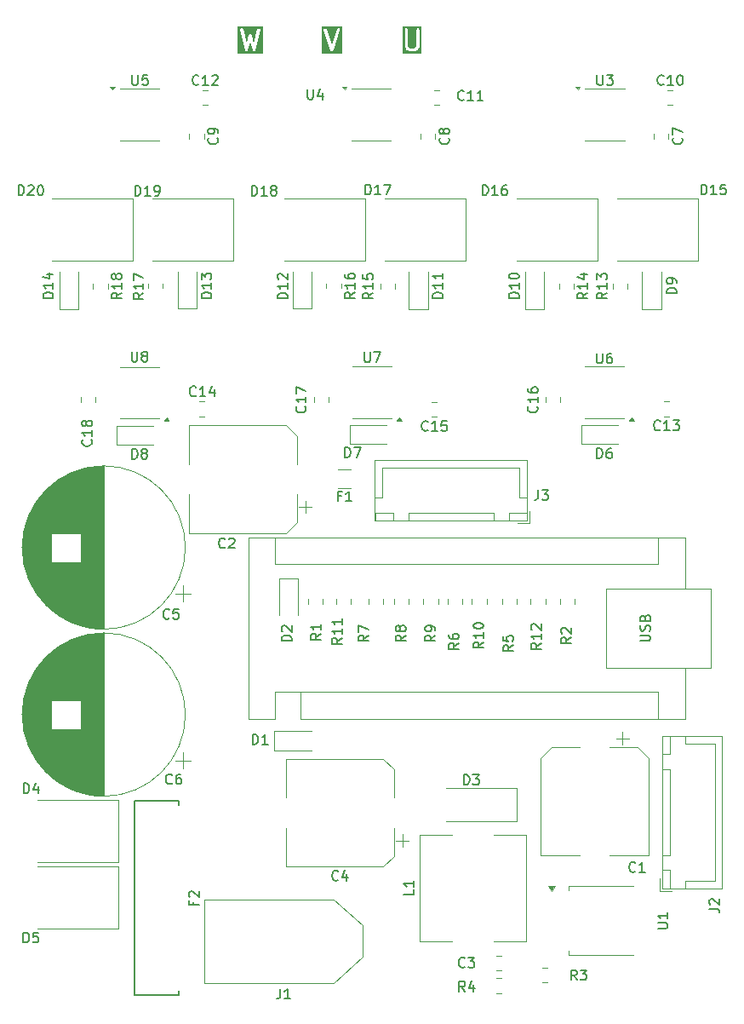
<source format=gbr>
%TF.GenerationSoftware,KiCad,Pcbnew,9.0.0*%
%TF.CreationDate,2025-05-17T17:18:32+03:00*%
%TF.ProjectId,Inverter,496e7665-7274-4657-922e-6b696361645f,rev?*%
%TF.SameCoordinates,Original*%
%TF.FileFunction,Legend,Top*%
%TF.FilePolarity,Positive*%
%FSLAX46Y46*%
G04 Gerber Fmt 4.6, Leading zero omitted, Abs format (unit mm)*
G04 Created by KiCad (PCBNEW 9.0.0) date 2025-05-17 17:18:32*
%MOMM*%
%LPD*%
G01*
G04 APERTURE LIST*
%ADD10C,0.300000*%
%ADD11C,0.150000*%
%ADD12C,0.120000*%
%ADD13C,0.127000*%
G04 APERTURE END LIST*
D10*
G36*
X129069485Y-47436756D02*
G01*
X126610965Y-47436756D01*
X126610965Y-45070245D01*
X126833187Y-45070245D01*
X126837161Y-45099381D01*
X127313351Y-47099381D01*
X127316812Y-47109424D01*
X127317291Y-47113024D01*
X127319174Y-47116277D01*
X127322933Y-47127182D01*
X127335704Y-47144829D01*
X127346614Y-47163674D01*
X127352729Y-47168355D01*
X127357246Y-47174596D01*
X127375796Y-47186011D01*
X127393089Y-47199248D01*
X127400530Y-47201232D01*
X127407090Y-47205269D01*
X127428597Y-47208717D01*
X127449641Y-47214329D01*
X127457273Y-47213314D01*
X127464879Y-47214534D01*
X127486074Y-47209487D01*
X127507658Y-47206619D01*
X127514320Y-47202761D01*
X127521816Y-47200977D01*
X127539463Y-47188205D01*
X127558308Y-47177296D01*
X127562989Y-47171180D01*
X127569230Y-47166664D01*
X127580645Y-47148113D01*
X127593882Y-47130821D01*
X127597929Y-47120026D01*
X127599903Y-47116820D01*
X127600478Y-47113229D01*
X127604207Y-47103287D01*
X127840224Y-46218221D01*
X128076242Y-47103287D01*
X128079970Y-47113229D01*
X128080546Y-47116820D01*
X128082519Y-47120027D01*
X128086567Y-47130820D01*
X128099801Y-47148110D01*
X128111219Y-47166664D01*
X128117460Y-47171180D01*
X128122141Y-47177296D01*
X128140987Y-47188206D01*
X128158633Y-47200977D01*
X128166126Y-47202761D01*
X128172790Y-47206619D01*
X128194381Y-47209488D01*
X128215570Y-47214533D01*
X128223172Y-47213314D01*
X128230808Y-47214329D01*
X128251855Y-47208716D01*
X128273359Y-47205269D01*
X128279918Y-47201232D01*
X128287360Y-47199248D01*
X128304652Y-47186011D01*
X128323203Y-47174596D01*
X128327719Y-47168355D01*
X128333835Y-47163674D01*
X128344744Y-47144829D01*
X128357516Y-47127182D01*
X128361274Y-47116277D01*
X128363158Y-47113024D01*
X128363636Y-47109424D01*
X128367098Y-47099381D01*
X128843289Y-45099381D01*
X128847263Y-45070245D01*
X128837999Y-45012456D01*
X128807326Y-44962612D01*
X128759912Y-44928299D01*
X128702975Y-44914743D01*
X128645186Y-44924007D01*
X128595342Y-44954681D01*
X128561029Y-45002094D01*
X128551447Y-45029895D01*
X128212943Y-46451606D01*
X127985160Y-45597417D01*
X127982590Y-45590564D01*
X127982207Y-45587679D01*
X127980223Y-45584253D01*
X127974835Y-45569883D01*
X127962804Y-45554166D01*
X127952883Y-45537029D01*
X127945165Y-45531121D01*
X127939261Y-45523408D01*
X127922134Y-45513492D01*
X127906408Y-45501455D01*
X127897016Y-45498950D01*
X127888612Y-45494085D01*
X127868991Y-45491477D01*
X127849856Y-45486375D01*
X127840224Y-45487654D01*
X127830594Y-45486375D01*
X127811465Y-45491476D01*
X127791839Y-45494084D01*
X127783429Y-45498952D01*
X127774042Y-45501456D01*
X127758321Y-45513488D01*
X127741189Y-45523408D01*
X127735282Y-45531123D01*
X127727567Y-45537030D01*
X127717648Y-45554162D01*
X127705615Y-45569883D01*
X127700223Y-45584259D01*
X127698244Y-45587679D01*
X127697861Y-45590559D01*
X127695290Y-45597416D01*
X127467505Y-46451607D01*
X127129003Y-45029895D01*
X127119421Y-45002094D01*
X127085108Y-44954681D01*
X127035264Y-44924007D01*
X126977475Y-44914743D01*
X126920538Y-44928299D01*
X126873125Y-44962612D01*
X126842451Y-45012456D01*
X126833187Y-45070245D01*
X126610965Y-45070245D01*
X126610965Y-44692521D01*
X129069485Y-44692521D01*
X129069485Y-47436756D01*
G37*
G36*
X136992221Y-47435683D02*
G01*
X134916800Y-47435683D01*
X134916800Y-45083398D01*
X135139022Y-45083398D01*
X135145541Y-45112072D01*
X135812208Y-47112072D01*
X135824196Y-47138923D01*
X135831218Y-47147019D01*
X135836011Y-47156605D01*
X135850219Y-47168928D01*
X135862543Y-47183137D01*
X135872128Y-47187929D01*
X135880225Y-47194952D01*
X135898066Y-47200899D01*
X135914890Y-47209311D01*
X135925582Y-47210071D01*
X135935749Y-47213460D01*
X135954505Y-47212127D01*
X135973271Y-47213461D01*
X135983441Y-47210070D01*
X135994130Y-47209311D01*
X136010951Y-47200900D01*
X136028795Y-47194952D01*
X136036891Y-47187929D01*
X136046477Y-47183137D01*
X136058800Y-47168928D01*
X136073009Y-47156605D01*
X136077801Y-47147019D01*
X136084824Y-47138923D01*
X136096812Y-47112072D01*
X136763479Y-45112072D01*
X136769999Y-45083399D01*
X136765850Y-45025019D01*
X136739676Y-44972672D01*
X136695462Y-44934324D01*
X136639937Y-44915816D01*
X136581557Y-44919965D01*
X136529210Y-44946139D01*
X136490863Y-44990353D01*
X136478874Y-45017204D01*
X135954510Y-46590296D01*
X135430147Y-45017204D01*
X135418158Y-44990353D01*
X135379811Y-44946139D01*
X135327464Y-44919965D01*
X135269084Y-44915816D01*
X135213559Y-44934324D01*
X135169345Y-44972671D01*
X135143171Y-45025018D01*
X135139022Y-45083398D01*
X134916800Y-45083398D01*
X134916800Y-44693594D01*
X136992221Y-44693594D01*
X136992221Y-47435683D01*
G37*
G36*
X144888637Y-47436860D02*
G01*
X143001336Y-47436860D01*
X143001336Y-45064638D01*
X143223558Y-45064638D01*
X143223558Y-46683685D01*
X143226440Y-46712949D01*
X143228501Y-46717926D01*
X143228884Y-46723304D01*
X143239394Y-46750767D01*
X143334632Y-46941243D01*
X143342559Y-46953836D01*
X143344075Y-46957496D01*
X143347456Y-46961616D01*
X143350297Y-46966129D01*
X143353290Y-46968725D01*
X143362729Y-46980226D01*
X143457968Y-47075466D01*
X143469470Y-47084906D01*
X143472066Y-47087899D01*
X143476575Y-47090737D01*
X143480698Y-47094121D01*
X143484360Y-47095637D01*
X143496952Y-47103564D01*
X143687428Y-47198802D01*
X143714892Y-47209312D01*
X143720267Y-47209693D01*
X143725246Y-47211756D01*
X143754510Y-47214638D01*
X144135463Y-47214638D01*
X144164727Y-47211756D01*
X144169704Y-47209694D01*
X144175082Y-47209312D01*
X144202545Y-47198802D01*
X144393021Y-47103564D01*
X144405616Y-47095635D01*
X144409275Y-47094120D01*
X144413392Y-47090740D01*
X144417907Y-47087899D01*
X144420504Y-47084904D01*
X144432006Y-47075465D01*
X144527244Y-46980226D01*
X144536682Y-46968724D01*
X144539676Y-46966129D01*
X144542516Y-46961616D01*
X144545899Y-46957495D01*
X144547415Y-46953833D01*
X144555341Y-46941243D01*
X144650579Y-46750767D01*
X144661089Y-46723303D01*
X144661470Y-46717927D01*
X144663533Y-46712949D01*
X144666415Y-46683685D01*
X144666415Y-45064638D01*
X144663533Y-45035374D01*
X144641135Y-44981302D01*
X144599751Y-44939918D01*
X144545679Y-44917520D01*
X144487151Y-44917520D01*
X144433079Y-44939918D01*
X144391695Y-44981302D01*
X144369297Y-45035374D01*
X144366415Y-45064638D01*
X144366415Y-46648275D01*
X144297898Y-46785307D01*
X144237084Y-46846122D01*
X144100053Y-46914638D01*
X143789920Y-46914638D01*
X143652888Y-46846122D01*
X143592074Y-46785307D01*
X143523558Y-46648275D01*
X143523558Y-45064638D01*
X143520676Y-45035374D01*
X143498278Y-44981302D01*
X143456894Y-44939918D01*
X143402822Y-44917520D01*
X143344294Y-44917520D01*
X143290222Y-44939918D01*
X143248838Y-44981302D01*
X143226440Y-45035374D01*
X143223558Y-45064638D01*
X143001336Y-45064638D01*
X143001336Y-44695298D01*
X144888637Y-44695298D01*
X144888637Y-47436860D01*
G37*
D11*
X156466666Y-90804819D02*
X156466666Y-91519104D01*
X156466666Y-91519104D02*
X156419047Y-91661961D01*
X156419047Y-91661961D02*
X156323809Y-91757200D01*
X156323809Y-91757200D02*
X156180952Y-91804819D01*
X156180952Y-91804819D02*
X156085714Y-91804819D01*
X156847619Y-90804819D02*
X157466666Y-90804819D01*
X157466666Y-90804819D02*
X157133333Y-91185771D01*
X157133333Y-91185771D02*
X157276190Y-91185771D01*
X157276190Y-91185771D02*
X157371428Y-91233390D01*
X157371428Y-91233390D02*
X157419047Y-91281009D01*
X157419047Y-91281009D02*
X157466666Y-91376247D01*
X157466666Y-91376247D02*
X157466666Y-91614342D01*
X157466666Y-91614342D02*
X157419047Y-91709580D01*
X157419047Y-91709580D02*
X157371428Y-91757200D01*
X157371428Y-91757200D02*
X157276190Y-91804819D01*
X157276190Y-91804819D02*
X156990476Y-91804819D01*
X156990476Y-91804819D02*
X156895238Y-91757200D01*
X156895238Y-91757200D02*
X156847619Y-91709580D01*
X105261905Y-135779819D02*
X105261905Y-134779819D01*
X105261905Y-134779819D02*
X105500000Y-134779819D01*
X105500000Y-134779819D02*
X105642857Y-134827438D01*
X105642857Y-134827438D02*
X105738095Y-134922676D01*
X105738095Y-134922676D02*
X105785714Y-135017914D01*
X105785714Y-135017914D02*
X105833333Y-135208390D01*
X105833333Y-135208390D02*
X105833333Y-135351247D01*
X105833333Y-135351247D02*
X105785714Y-135541723D01*
X105785714Y-135541723D02*
X105738095Y-135636961D01*
X105738095Y-135636961D02*
X105642857Y-135732200D01*
X105642857Y-135732200D02*
X105500000Y-135779819D01*
X105500000Y-135779819D02*
X105261905Y-135779819D01*
X106738095Y-134779819D02*
X106261905Y-134779819D01*
X106261905Y-134779819D02*
X106214286Y-135256009D01*
X106214286Y-135256009D02*
X106261905Y-135208390D01*
X106261905Y-135208390D02*
X106357143Y-135160771D01*
X106357143Y-135160771D02*
X106595238Y-135160771D01*
X106595238Y-135160771D02*
X106690476Y-135208390D01*
X106690476Y-135208390D02*
X106738095Y-135256009D01*
X106738095Y-135256009D02*
X106785714Y-135351247D01*
X106785714Y-135351247D02*
X106785714Y-135589342D01*
X106785714Y-135589342D02*
X106738095Y-135684580D01*
X106738095Y-135684580D02*
X106690476Y-135732200D01*
X106690476Y-135732200D02*
X106595238Y-135779819D01*
X106595238Y-135779819D02*
X106357143Y-135779819D01*
X106357143Y-135779819D02*
X106261905Y-135732200D01*
X106261905Y-135732200D02*
X106214286Y-135684580D01*
X105286905Y-120954819D02*
X105286905Y-119954819D01*
X105286905Y-119954819D02*
X105525000Y-119954819D01*
X105525000Y-119954819D02*
X105667857Y-120002438D01*
X105667857Y-120002438D02*
X105763095Y-120097676D01*
X105763095Y-120097676D02*
X105810714Y-120192914D01*
X105810714Y-120192914D02*
X105858333Y-120383390D01*
X105858333Y-120383390D02*
X105858333Y-120526247D01*
X105858333Y-120526247D02*
X105810714Y-120716723D01*
X105810714Y-120716723D02*
X105763095Y-120811961D01*
X105763095Y-120811961D02*
X105667857Y-120907200D01*
X105667857Y-120907200D02*
X105525000Y-120954819D01*
X105525000Y-120954819D02*
X105286905Y-120954819D01*
X106715476Y-120288152D02*
X106715476Y-120954819D01*
X106477381Y-119907200D02*
X106239286Y-120621485D01*
X106239286Y-120621485D02*
X106858333Y-120621485D01*
X137261905Y-87554819D02*
X137261905Y-86554819D01*
X137261905Y-86554819D02*
X137500000Y-86554819D01*
X137500000Y-86554819D02*
X137642857Y-86602438D01*
X137642857Y-86602438D02*
X137738095Y-86697676D01*
X137738095Y-86697676D02*
X137785714Y-86792914D01*
X137785714Y-86792914D02*
X137833333Y-86983390D01*
X137833333Y-86983390D02*
X137833333Y-87126247D01*
X137833333Y-87126247D02*
X137785714Y-87316723D01*
X137785714Y-87316723D02*
X137738095Y-87411961D01*
X137738095Y-87411961D02*
X137642857Y-87507200D01*
X137642857Y-87507200D02*
X137500000Y-87554819D01*
X137500000Y-87554819D02*
X137261905Y-87554819D01*
X138166667Y-86554819D02*
X138833333Y-86554819D01*
X138833333Y-86554819D02*
X138404762Y-87554819D01*
X145507142Y-84839580D02*
X145459523Y-84887200D01*
X145459523Y-84887200D02*
X145316666Y-84934819D01*
X145316666Y-84934819D02*
X145221428Y-84934819D01*
X145221428Y-84934819D02*
X145078571Y-84887200D01*
X145078571Y-84887200D02*
X144983333Y-84791961D01*
X144983333Y-84791961D02*
X144935714Y-84696723D01*
X144935714Y-84696723D02*
X144888095Y-84506247D01*
X144888095Y-84506247D02*
X144888095Y-84363390D01*
X144888095Y-84363390D02*
X144935714Y-84172914D01*
X144935714Y-84172914D02*
X144983333Y-84077676D01*
X144983333Y-84077676D02*
X145078571Y-83982438D01*
X145078571Y-83982438D02*
X145221428Y-83934819D01*
X145221428Y-83934819D02*
X145316666Y-83934819D01*
X145316666Y-83934819D02*
X145459523Y-83982438D01*
X145459523Y-83982438D02*
X145507142Y-84030057D01*
X146459523Y-84934819D02*
X145888095Y-84934819D01*
X146173809Y-84934819D02*
X146173809Y-83934819D01*
X146173809Y-83934819D02*
X146078571Y-84077676D01*
X146078571Y-84077676D02*
X145983333Y-84172914D01*
X145983333Y-84172914D02*
X145888095Y-84220533D01*
X147364285Y-83934819D02*
X146888095Y-83934819D01*
X146888095Y-83934819D02*
X146840476Y-84411009D01*
X146840476Y-84411009D02*
X146888095Y-84363390D01*
X146888095Y-84363390D02*
X146983333Y-84315771D01*
X146983333Y-84315771D02*
X147221428Y-84315771D01*
X147221428Y-84315771D02*
X147316666Y-84363390D01*
X147316666Y-84363390D02*
X147364285Y-84411009D01*
X147364285Y-84411009D02*
X147411904Y-84506247D01*
X147411904Y-84506247D02*
X147411904Y-84744342D01*
X147411904Y-84744342D02*
X147364285Y-84839580D01*
X147364285Y-84839580D02*
X147316666Y-84887200D01*
X147316666Y-84887200D02*
X147221428Y-84934819D01*
X147221428Y-84934819D02*
X146983333Y-84934819D01*
X146983333Y-84934819D02*
X146888095Y-84887200D01*
X146888095Y-84887200D02*
X146840476Y-84839580D01*
X139285714Y-61454819D02*
X139285714Y-60454819D01*
X139285714Y-60454819D02*
X139523809Y-60454819D01*
X139523809Y-60454819D02*
X139666666Y-60502438D01*
X139666666Y-60502438D02*
X139761904Y-60597676D01*
X139761904Y-60597676D02*
X139809523Y-60692914D01*
X139809523Y-60692914D02*
X139857142Y-60883390D01*
X139857142Y-60883390D02*
X139857142Y-61026247D01*
X139857142Y-61026247D02*
X139809523Y-61216723D01*
X139809523Y-61216723D02*
X139761904Y-61311961D01*
X139761904Y-61311961D02*
X139666666Y-61407200D01*
X139666666Y-61407200D02*
X139523809Y-61454819D01*
X139523809Y-61454819D02*
X139285714Y-61454819D01*
X140809523Y-61454819D02*
X140238095Y-61454819D01*
X140523809Y-61454819D02*
X140523809Y-60454819D01*
X140523809Y-60454819D02*
X140428571Y-60597676D01*
X140428571Y-60597676D02*
X140333333Y-60692914D01*
X140333333Y-60692914D02*
X140238095Y-60740533D01*
X141142857Y-60454819D02*
X141809523Y-60454819D01*
X141809523Y-60454819D02*
X141380952Y-61454819D01*
X134854819Y-105091666D02*
X134378628Y-105424999D01*
X134854819Y-105663094D02*
X133854819Y-105663094D01*
X133854819Y-105663094D02*
X133854819Y-105282142D01*
X133854819Y-105282142D02*
X133902438Y-105186904D01*
X133902438Y-105186904D02*
X133950057Y-105139285D01*
X133950057Y-105139285D02*
X134045295Y-105091666D01*
X134045295Y-105091666D02*
X134188152Y-105091666D01*
X134188152Y-105091666D02*
X134283390Y-105139285D01*
X134283390Y-105139285D02*
X134331009Y-105186904D01*
X134331009Y-105186904D02*
X134378628Y-105282142D01*
X134378628Y-105282142D02*
X134378628Y-105663094D01*
X134854819Y-104139285D02*
X134854819Y-104710713D01*
X134854819Y-104424999D02*
X133854819Y-104424999D01*
X133854819Y-104424999D02*
X133997676Y-104520237D01*
X133997676Y-104520237D02*
X134092914Y-104615475D01*
X134092914Y-104615475D02*
X134140533Y-104710713D01*
X139188095Y-77104819D02*
X139188095Y-77914342D01*
X139188095Y-77914342D02*
X139235714Y-78009580D01*
X139235714Y-78009580D02*
X139283333Y-78057200D01*
X139283333Y-78057200D02*
X139378571Y-78104819D01*
X139378571Y-78104819D02*
X139569047Y-78104819D01*
X139569047Y-78104819D02*
X139664285Y-78057200D01*
X139664285Y-78057200D02*
X139711904Y-78009580D01*
X139711904Y-78009580D02*
X139759523Y-77914342D01*
X139759523Y-77914342D02*
X139759523Y-77104819D01*
X140140476Y-77104819D02*
X140807142Y-77104819D01*
X140807142Y-77104819D02*
X140378571Y-78104819D01*
X146229819Y-105241666D02*
X145753628Y-105574999D01*
X146229819Y-105813094D02*
X145229819Y-105813094D01*
X145229819Y-105813094D02*
X145229819Y-105432142D01*
X145229819Y-105432142D02*
X145277438Y-105336904D01*
X145277438Y-105336904D02*
X145325057Y-105289285D01*
X145325057Y-105289285D02*
X145420295Y-105241666D01*
X145420295Y-105241666D02*
X145563152Y-105241666D01*
X145563152Y-105241666D02*
X145658390Y-105289285D01*
X145658390Y-105289285D02*
X145706009Y-105336904D01*
X145706009Y-105336904D02*
X145753628Y-105432142D01*
X145753628Y-105432142D02*
X145753628Y-105813094D01*
X146229819Y-104765475D02*
X146229819Y-104574999D01*
X146229819Y-104574999D02*
X146182200Y-104479761D01*
X146182200Y-104479761D02*
X146134580Y-104432142D01*
X146134580Y-104432142D02*
X145991723Y-104336904D01*
X145991723Y-104336904D02*
X145801247Y-104289285D01*
X145801247Y-104289285D02*
X145420295Y-104289285D01*
X145420295Y-104289285D02*
X145325057Y-104336904D01*
X145325057Y-104336904D02*
X145277438Y-104384523D01*
X145277438Y-104384523D02*
X145229819Y-104479761D01*
X145229819Y-104479761D02*
X145229819Y-104670237D01*
X145229819Y-104670237D02*
X145277438Y-104765475D01*
X145277438Y-104765475D02*
X145325057Y-104813094D01*
X145325057Y-104813094D02*
X145420295Y-104860713D01*
X145420295Y-104860713D02*
X145658390Y-104860713D01*
X145658390Y-104860713D02*
X145753628Y-104813094D01*
X145753628Y-104813094D02*
X145801247Y-104765475D01*
X145801247Y-104765475D02*
X145848866Y-104670237D01*
X145848866Y-104670237D02*
X145848866Y-104479761D01*
X145848866Y-104479761D02*
X145801247Y-104384523D01*
X145801247Y-104384523D02*
X145753628Y-104336904D01*
X145753628Y-104336904D02*
X145658390Y-104289285D01*
X120058333Y-119934580D02*
X120010714Y-119982200D01*
X120010714Y-119982200D02*
X119867857Y-120029819D01*
X119867857Y-120029819D02*
X119772619Y-120029819D01*
X119772619Y-120029819D02*
X119629762Y-119982200D01*
X119629762Y-119982200D02*
X119534524Y-119886961D01*
X119534524Y-119886961D02*
X119486905Y-119791723D01*
X119486905Y-119791723D02*
X119439286Y-119601247D01*
X119439286Y-119601247D02*
X119439286Y-119458390D01*
X119439286Y-119458390D02*
X119486905Y-119267914D01*
X119486905Y-119267914D02*
X119534524Y-119172676D01*
X119534524Y-119172676D02*
X119629762Y-119077438D01*
X119629762Y-119077438D02*
X119772619Y-119029819D01*
X119772619Y-119029819D02*
X119867857Y-119029819D01*
X119867857Y-119029819D02*
X120010714Y-119077438D01*
X120010714Y-119077438D02*
X120058333Y-119125057D01*
X120915476Y-119029819D02*
X120725000Y-119029819D01*
X120725000Y-119029819D02*
X120629762Y-119077438D01*
X120629762Y-119077438D02*
X120582143Y-119125057D01*
X120582143Y-119125057D02*
X120486905Y-119267914D01*
X120486905Y-119267914D02*
X120439286Y-119458390D01*
X120439286Y-119458390D02*
X120439286Y-119839342D01*
X120439286Y-119839342D02*
X120486905Y-119934580D01*
X120486905Y-119934580D02*
X120534524Y-119982200D01*
X120534524Y-119982200D02*
X120629762Y-120029819D01*
X120629762Y-120029819D02*
X120820238Y-120029819D01*
X120820238Y-120029819D02*
X120915476Y-119982200D01*
X120915476Y-119982200D02*
X120963095Y-119934580D01*
X120963095Y-119934580D02*
X121010714Y-119839342D01*
X121010714Y-119839342D02*
X121010714Y-119601247D01*
X121010714Y-119601247D02*
X120963095Y-119506009D01*
X120963095Y-119506009D02*
X120915476Y-119458390D01*
X120915476Y-119458390D02*
X120820238Y-119410771D01*
X120820238Y-119410771D02*
X120629762Y-119410771D01*
X120629762Y-119410771D02*
X120534524Y-119458390D01*
X120534524Y-119458390D02*
X120486905Y-119506009D01*
X120486905Y-119506009D02*
X120439286Y-119601247D01*
X156754819Y-106017857D02*
X156278628Y-106351190D01*
X156754819Y-106589285D02*
X155754819Y-106589285D01*
X155754819Y-106589285D02*
X155754819Y-106208333D01*
X155754819Y-106208333D02*
X155802438Y-106113095D01*
X155802438Y-106113095D02*
X155850057Y-106065476D01*
X155850057Y-106065476D02*
X155945295Y-106017857D01*
X155945295Y-106017857D02*
X156088152Y-106017857D01*
X156088152Y-106017857D02*
X156183390Y-106065476D01*
X156183390Y-106065476D02*
X156231009Y-106113095D01*
X156231009Y-106113095D02*
X156278628Y-106208333D01*
X156278628Y-106208333D02*
X156278628Y-106589285D01*
X156754819Y-105065476D02*
X156754819Y-105636904D01*
X156754819Y-105351190D02*
X155754819Y-105351190D01*
X155754819Y-105351190D02*
X155897676Y-105446428D01*
X155897676Y-105446428D02*
X155992914Y-105541666D01*
X155992914Y-105541666D02*
X156040533Y-105636904D01*
X155850057Y-104684523D02*
X155802438Y-104636904D01*
X155802438Y-104636904D02*
X155754819Y-104541666D01*
X155754819Y-104541666D02*
X155754819Y-104303571D01*
X155754819Y-104303571D02*
X155802438Y-104208333D01*
X155802438Y-104208333D02*
X155850057Y-104160714D01*
X155850057Y-104160714D02*
X155945295Y-104113095D01*
X155945295Y-104113095D02*
X156040533Y-104113095D01*
X156040533Y-104113095D02*
X156183390Y-104160714D01*
X156183390Y-104160714D02*
X156754819Y-104732142D01*
X156754819Y-104732142D02*
X156754819Y-104113095D01*
X144099819Y-130521666D02*
X144099819Y-130997856D01*
X144099819Y-130997856D02*
X143099819Y-130997856D01*
X144099819Y-129664523D02*
X144099819Y-130235951D01*
X144099819Y-129950237D02*
X143099819Y-129950237D01*
X143099819Y-129950237D02*
X143242676Y-130045475D01*
X143242676Y-130045475D02*
X143337914Y-130140713D01*
X143337914Y-130140713D02*
X143385533Y-130235951D01*
X125333333Y-96484580D02*
X125285714Y-96532200D01*
X125285714Y-96532200D02*
X125142857Y-96579819D01*
X125142857Y-96579819D02*
X125047619Y-96579819D01*
X125047619Y-96579819D02*
X124904762Y-96532200D01*
X124904762Y-96532200D02*
X124809524Y-96436961D01*
X124809524Y-96436961D02*
X124761905Y-96341723D01*
X124761905Y-96341723D02*
X124714286Y-96151247D01*
X124714286Y-96151247D02*
X124714286Y-96008390D01*
X124714286Y-96008390D02*
X124761905Y-95817914D01*
X124761905Y-95817914D02*
X124809524Y-95722676D01*
X124809524Y-95722676D02*
X124904762Y-95627438D01*
X124904762Y-95627438D02*
X125047619Y-95579819D01*
X125047619Y-95579819D02*
X125142857Y-95579819D01*
X125142857Y-95579819D02*
X125285714Y-95627438D01*
X125285714Y-95627438D02*
X125333333Y-95675057D01*
X125714286Y-95675057D02*
X125761905Y-95627438D01*
X125761905Y-95627438D02*
X125857143Y-95579819D01*
X125857143Y-95579819D02*
X126095238Y-95579819D01*
X126095238Y-95579819D02*
X126190476Y-95627438D01*
X126190476Y-95627438D02*
X126238095Y-95675057D01*
X126238095Y-95675057D02*
X126285714Y-95770295D01*
X126285714Y-95770295D02*
X126285714Y-95865533D01*
X126285714Y-95865533D02*
X126238095Y-96008390D01*
X126238095Y-96008390D02*
X125666667Y-96579819D01*
X125666667Y-96579819D02*
X126285714Y-96579819D01*
X136954819Y-105517857D02*
X136478628Y-105851190D01*
X136954819Y-106089285D02*
X135954819Y-106089285D01*
X135954819Y-106089285D02*
X135954819Y-105708333D01*
X135954819Y-105708333D02*
X136002438Y-105613095D01*
X136002438Y-105613095D02*
X136050057Y-105565476D01*
X136050057Y-105565476D02*
X136145295Y-105517857D01*
X136145295Y-105517857D02*
X136288152Y-105517857D01*
X136288152Y-105517857D02*
X136383390Y-105565476D01*
X136383390Y-105565476D02*
X136431009Y-105613095D01*
X136431009Y-105613095D02*
X136478628Y-105708333D01*
X136478628Y-105708333D02*
X136478628Y-106089285D01*
X136954819Y-104565476D02*
X136954819Y-105136904D01*
X136954819Y-104851190D02*
X135954819Y-104851190D01*
X135954819Y-104851190D02*
X136097676Y-104946428D01*
X136097676Y-104946428D02*
X136192914Y-105041666D01*
X136192914Y-105041666D02*
X136240533Y-105136904D01*
X136954819Y-103613095D02*
X136954819Y-104184523D01*
X136954819Y-103898809D02*
X135954819Y-103898809D01*
X135954819Y-103898809D02*
X136097676Y-103994047D01*
X136097676Y-103994047D02*
X136192914Y-104089285D01*
X136192914Y-104089285D02*
X136240533Y-104184523D01*
X122206009Y-131733333D02*
X122206009Y-132066666D01*
X122729819Y-132066666D02*
X121729819Y-132066666D01*
X121729819Y-132066666D02*
X121729819Y-131590476D01*
X121825057Y-131257142D02*
X121777438Y-131209523D01*
X121777438Y-131209523D02*
X121729819Y-131114285D01*
X121729819Y-131114285D02*
X121729819Y-130876190D01*
X121729819Y-130876190D02*
X121777438Y-130780952D01*
X121777438Y-130780952D02*
X121825057Y-130733333D01*
X121825057Y-130733333D02*
X121920295Y-130685714D01*
X121920295Y-130685714D02*
X122015533Y-130685714D01*
X122015533Y-130685714D02*
X122158390Y-130733333D01*
X122158390Y-130733333D02*
X122729819Y-131304761D01*
X122729819Y-131304761D02*
X122729819Y-130685714D01*
X127985714Y-61554819D02*
X127985714Y-60554819D01*
X127985714Y-60554819D02*
X128223809Y-60554819D01*
X128223809Y-60554819D02*
X128366666Y-60602438D01*
X128366666Y-60602438D02*
X128461904Y-60697676D01*
X128461904Y-60697676D02*
X128509523Y-60792914D01*
X128509523Y-60792914D02*
X128557142Y-60983390D01*
X128557142Y-60983390D02*
X128557142Y-61126247D01*
X128557142Y-61126247D02*
X128509523Y-61316723D01*
X128509523Y-61316723D02*
X128461904Y-61411961D01*
X128461904Y-61411961D02*
X128366666Y-61507200D01*
X128366666Y-61507200D02*
X128223809Y-61554819D01*
X128223809Y-61554819D02*
X127985714Y-61554819D01*
X129509523Y-61554819D02*
X128938095Y-61554819D01*
X129223809Y-61554819D02*
X129223809Y-60554819D01*
X129223809Y-60554819D02*
X129128571Y-60697676D01*
X129128571Y-60697676D02*
X129033333Y-60792914D01*
X129033333Y-60792914D02*
X128938095Y-60840533D01*
X130080952Y-60983390D02*
X129985714Y-60935771D01*
X129985714Y-60935771D02*
X129938095Y-60888152D01*
X129938095Y-60888152D02*
X129890476Y-60792914D01*
X129890476Y-60792914D02*
X129890476Y-60745295D01*
X129890476Y-60745295D02*
X129938095Y-60650057D01*
X129938095Y-60650057D02*
X129985714Y-60602438D01*
X129985714Y-60602438D02*
X130080952Y-60554819D01*
X130080952Y-60554819D02*
X130271428Y-60554819D01*
X130271428Y-60554819D02*
X130366666Y-60602438D01*
X130366666Y-60602438D02*
X130414285Y-60650057D01*
X130414285Y-60650057D02*
X130461904Y-60745295D01*
X130461904Y-60745295D02*
X130461904Y-60792914D01*
X130461904Y-60792914D02*
X130414285Y-60888152D01*
X130414285Y-60888152D02*
X130366666Y-60935771D01*
X130366666Y-60935771D02*
X130271428Y-60983390D01*
X130271428Y-60983390D02*
X130080952Y-60983390D01*
X130080952Y-60983390D02*
X129985714Y-61031009D01*
X129985714Y-61031009D02*
X129938095Y-61078628D01*
X129938095Y-61078628D02*
X129890476Y-61173866D01*
X129890476Y-61173866D02*
X129890476Y-61364342D01*
X129890476Y-61364342D02*
X129938095Y-61459580D01*
X129938095Y-61459580D02*
X129985714Y-61507200D01*
X129985714Y-61507200D02*
X130080952Y-61554819D01*
X130080952Y-61554819D02*
X130271428Y-61554819D01*
X130271428Y-61554819D02*
X130366666Y-61507200D01*
X130366666Y-61507200D02*
X130414285Y-61459580D01*
X130414285Y-61459580D02*
X130461904Y-61364342D01*
X130461904Y-61364342D02*
X130461904Y-61173866D01*
X130461904Y-61173866D02*
X130414285Y-61078628D01*
X130414285Y-61078628D02*
X130366666Y-61031009D01*
X130366666Y-61031009D02*
X130271428Y-60983390D01*
X117204819Y-71217857D02*
X116728628Y-71551190D01*
X117204819Y-71789285D02*
X116204819Y-71789285D01*
X116204819Y-71789285D02*
X116204819Y-71408333D01*
X116204819Y-71408333D02*
X116252438Y-71313095D01*
X116252438Y-71313095D02*
X116300057Y-71265476D01*
X116300057Y-71265476D02*
X116395295Y-71217857D01*
X116395295Y-71217857D02*
X116538152Y-71217857D01*
X116538152Y-71217857D02*
X116633390Y-71265476D01*
X116633390Y-71265476D02*
X116681009Y-71313095D01*
X116681009Y-71313095D02*
X116728628Y-71408333D01*
X116728628Y-71408333D02*
X116728628Y-71789285D01*
X117204819Y-70265476D02*
X117204819Y-70836904D01*
X117204819Y-70551190D02*
X116204819Y-70551190D01*
X116204819Y-70551190D02*
X116347676Y-70646428D01*
X116347676Y-70646428D02*
X116442914Y-70741666D01*
X116442914Y-70741666D02*
X116490533Y-70836904D01*
X116204819Y-69932142D02*
X116204819Y-69265476D01*
X116204819Y-69265476D02*
X117204819Y-69694047D01*
X123979819Y-71739285D02*
X122979819Y-71739285D01*
X122979819Y-71739285D02*
X122979819Y-71501190D01*
X122979819Y-71501190D02*
X123027438Y-71358333D01*
X123027438Y-71358333D02*
X123122676Y-71263095D01*
X123122676Y-71263095D02*
X123217914Y-71215476D01*
X123217914Y-71215476D02*
X123408390Y-71167857D01*
X123408390Y-71167857D02*
X123551247Y-71167857D01*
X123551247Y-71167857D02*
X123741723Y-71215476D01*
X123741723Y-71215476D02*
X123836961Y-71263095D01*
X123836961Y-71263095D02*
X123932200Y-71358333D01*
X123932200Y-71358333D02*
X123979819Y-71501190D01*
X123979819Y-71501190D02*
X123979819Y-71739285D01*
X123979819Y-70215476D02*
X123979819Y-70786904D01*
X123979819Y-70501190D02*
X122979819Y-70501190D01*
X122979819Y-70501190D02*
X123122676Y-70596428D01*
X123122676Y-70596428D02*
X123217914Y-70691666D01*
X123217914Y-70691666D02*
X123265533Y-70786904D01*
X122979819Y-69882142D02*
X122979819Y-69263095D01*
X122979819Y-69263095D02*
X123360771Y-69596428D01*
X123360771Y-69596428D02*
X123360771Y-69453571D01*
X123360771Y-69453571D02*
X123408390Y-69358333D01*
X123408390Y-69358333D02*
X123456009Y-69310714D01*
X123456009Y-69310714D02*
X123551247Y-69263095D01*
X123551247Y-69263095D02*
X123789342Y-69263095D01*
X123789342Y-69263095D02*
X123884580Y-69310714D01*
X123884580Y-69310714D02*
X123932200Y-69358333D01*
X123932200Y-69358333D02*
X123979819Y-69453571D01*
X123979819Y-69453571D02*
X123979819Y-69739285D01*
X123979819Y-69739285D02*
X123932200Y-69834523D01*
X123932200Y-69834523D02*
X123884580Y-69882142D01*
X172685714Y-61454819D02*
X172685714Y-60454819D01*
X172685714Y-60454819D02*
X172923809Y-60454819D01*
X172923809Y-60454819D02*
X173066666Y-60502438D01*
X173066666Y-60502438D02*
X173161904Y-60597676D01*
X173161904Y-60597676D02*
X173209523Y-60692914D01*
X173209523Y-60692914D02*
X173257142Y-60883390D01*
X173257142Y-60883390D02*
X173257142Y-61026247D01*
X173257142Y-61026247D02*
X173209523Y-61216723D01*
X173209523Y-61216723D02*
X173161904Y-61311961D01*
X173161904Y-61311961D02*
X173066666Y-61407200D01*
X173066666Y-61407200D02*
X172923809Y-61454819D01*
X172923809Y-61454819D02*
X172685714Y-61454819D01*
X174209523Y-61454819D02*
X173638095Y-61454819D01*
X173923809Y-61454819D02*
X173923809Y-60454819D01*
X173923809Y-60454819D02*
X173828571Y-60597676D01*
X173828571Y-60597676D02*
X173733333Y-60692914D01*
X173733333Y-60692914D02*
X173638095Y-60740533D01*
X175114285Y-60454819D02*
X174638095Y-60454819D01*
X174638095Y-60454819D02*
X174590476Y-60931009D01*
X174590476Y-60931009D02*
X174638095Y-60883390D01*
X174638095Y-60883390D02*
X174733333Y-60835771D01*
X174733333Y-60835771D02*
X174971428Y-60835771D01*
X174971428Y-60835771D02*
X175066666Y-60883390D01*
X175066666Y-60883390D02*
X175114285Y-60931009D01*
X175114285Y-60931009D02*
X175161904Y-61026247D01*
X175161904Y-61026247D02*
X175161904Y-61264342D01*
X175161904Y-61264342D02*
X175114285Y-61359580D01*
X175114285Y-61359580D02*
X175066666Y-61407200D01*
X175066666Y-61407200D02*
X174971428Y-61454819D01*
X174971428Y-61454819D02*
X174733333Y-61454819D01*
X174733333Y-61454819D02*
X174638095Y-61407200D01*
X174638095Y-61407200D02*
X174590476Y-61359580D01*
X166614819Y-105806904D02*
X167424342Y-105806904D01*
X167424342Y-105806904D02*
X167519580Y-105759285D01*
X167519580Y-105759285D02*
X167567200Y-105711666D01*
X167567200Y-105711666D02*
X167614819Y-105616428D01*
X167614819Y-105616428D02*
X167614819Y-105425952D01*
X167614819Y-105425952D02*
X167567200Y-105330714D01*
X167567200Y-105330714D02*
X167519580Y-105283095D01*
X167519580Y-105283095D02*
X167424342Y-105235476D01*
X167424342Y-105235476D02*
X166614819Y-105235476D01*
X167567200Y-104806904D02*
X167614819Y-104664047D01*
X167614819Y-104664047D02*
X167614819Y-104425952D01*
X167614819Y-104425952D02*
X167567200Y-104330714D01*
X167567200Y-104330714D02*
X167519580Y-104283095D01*
X167519580Y-104283095D02*
X167424342Y-104235476D01*
X167424342Y-104235476D02*
X167329104Y-104235476D01*
X167329104Y-104235476D02*
X167233866Y-104283095D01*
X167233866Y-104283095D02*
X167186247Y-104330714D01*
X167186247Y-104330714D02*
X167138628Y-104425952D01*
X167138628Y-104425952D02*
X167091009Y-104616428D01*
X167091009Y-104616428D02*
X167043390Y-104711666D01*
X167043390Y-104711666D02*
X166995771Y-104759285D01*
X166995771Y-104759285D02*
X166900533Y-104806904D01*
X166900533Y-104806904D02*
X166805295Y-104806904D01*
X166805295Y-104806904D02*
X166710057Y-104759285D01*
X166710057Y-104759285D02*
X166662438Y-104711666D01*
X166662438Y-104711666D02*
X166614819Y-104616428D01*
X166614819Y-104616428D02*
X166614819Y-104378333D01*
X166614819Y-104378333D02*
X166662438Y-104235476D01*
X167091009Y-103473571D02*
X167138628Y-103330714D01*
X167138628Y-103330714D02*
X167186247Y-103283095D01*
X167186247Y-103283095D02*
X167281485Y-103235476D01*
X167281485Y-103235476D02*
X167424342Y-103235476D01*
X167424342Y-103235476D02*
X167519580Y-103283095D01*
X167519580Y-103283095D02*
X167567200Y-103330714D01*
X167567200Y-103330714D02*
X167614819Y-103425952D01*
X167614819Y-103425952D02*
X167614819Y-103806904D01*
X167614819Y-103806904D02*
X166614819Y-103806904D01*
X166614819Y-103806904D02*
X166614819Y-103473571D01*
X166614819Y-103473571D02*
X166662438Y-103378333D01*
X166662438Y-103378333D02*
X166710057Y-103330714D01*
X166710057Y-103330714D02*
X166805295Y-103283095D01*
X166805295Y-103283095D02*
X166900533Y-103283095D01*
X166900533Y-103283095D02*
X166995771Y-103330714D01*
X166995771Y-103330714D02*
X167043390Y-103378333D01*
X167043390Y-103378333D02*
X167091009Y-103473571D01*
X167091009Y-103473571D02*
X167091009Y-103806904D01*
X139604819Y-105241666D02*
X139128628Y-105574999D01*
X139604819Y-105813094D02*
X138604819Y-105813094D01*
X138604819Y-105813094D02*
X138604819Y-105432142D01*
X138604819Y-105432142D02*
X138652438Y-105336904D01*
X138652438Y-105336904D02*
X138700057Y-105289285D01*
X138700057Y-105289285D02*
X138795295Y-105241666D01*
X138795295Y-105241666D02*
X138938152Y-105241666D01*
X138938152Y-105241666D02*
X139033390Y-105289285D01*
X139033390Y-105289285D02*
X139081009Y-105336904D01*
X139081009Y-105336904D02*
X139128628Y-105432142D01*
X139128628Y-105432142D02*
X139128628Y-105813094D01*
X138604819Y-104908332D02*
X138604819Y-104241666D01*
X138604819Y-104241666D02*
X139604819Y-104670237D01*
X116061905Y-87704819D02*
X116061905Y-86704819D01*
X116061905Y-86704819D02*
X116300000Y-86704819D01*
X116300000Y-86704819D02*
X116442857Y-86752438D01*
X116442857Y-86752438D02*
X116538095Y-86847676D01*
X116538095Y-86847676D02*
X116585714Y-86942914D01*
X116585714Y-86942914D02*
X116633333Y-87133390D01*
X116633333Y-87133390D02*
X116633333Y-87276247D01*
X116633333Y-87276247D02*
X116585714Y-87466723D01*
X116585714Y-87466723D02*
X116538095Y-87561961D01*
X116538095Y-87561961D02*
X116442857Y-87657200D01*
X116442857Y-87657200D02*
X116300000Y-87704819D01*
X116300000Y-87704819D02*
X116061905Y-87704819D01*
X117204762Y-87133390D02*
X117109524Y-87085771D01*
X117109524Y-87085771D02*
X117061905Y-87038152D01*
X117061905Y-87038152D02*
X117014286Y-86942914D01*
X117014286Y-86942914D02*
X117014286Y-86895295D01*
X117014286Y-86895295D02*
X117061905Y-86800057D01*
X117061905Y-86800057D02*
X117109524Y-86752438D01*
X117109524Y-86752438D02*
X117204762Y-86704819D01*
X117204762Y-86704819D02*
X117395238Y-86704819D01*
X117395238Y-86704819D02*
X117490476Y-86752438D01*
X117490476Y-86752438D02*
X117538095Y-86800057D01*
X117538095Y-86800057D02*
X117585714Y-86895295D01*
X117585714Y-86895295D02*
X117585714Y-86942914D01*
X117585714Y-86942914D02*
X117538095Y-87038152D01*
X117538095Y-87038152D02*
X117490476Y-87085771D01*
X117490476Y-87085771D02*
X117395238Y-87133390D01*
X117395238Y-87133390D02*
X117204762Y-87133390D01*
X117204762Y-87133390D02*
X117109524Y-87181009D01*
X117109524Y-87181009D02*
X117061905Y-87228628D01*
X117061905Y-87228628D02*
X117014286Y-87323866D01*
X117014286Y-87323866D02*
X117014286Y-87514342D01*
X117014286Y-87514342D02*
X117061905Y-87609580D01*
X117061905Y-87609580D02*
X117109524Y-87657200D01*
X117109524Y-87657200D02*
X117204762Y-87704819D01*
X117204762Y-87704819D02*
X117395238Y-87704819D01*
X117395238Y-87704819D02*
X117490476Y-87657200D01*
X117490476Y-87657200D02*
X117538095Y-87609580D01*
X117538095Y-87609580D02*
X117585714Y-87514342D01*
X117585714Y-87514342D02*
X117585714Y-87323866D01*
X117585714Y-87323866D02*
X117538095Y-87228628D01*
X117538095Y-87228628D02*
X117490476Y-87181009D01*
X117490476Y-87181009D02*
X117395238Y-87133390D01*
X159754819Y-105441666D02*
X159278628Y-105774999D01*
X159754819Y-106013094D02*
X158754819Y-106013094D01*
X158754819Y-106013094D02*
X158754819Y-105632142D01*
X158754819Y-105632142D02*
X158802438Y-105536904D01*
X158802438Y-105536904D02*
X158850057Y-105489285D01*
X158850057Y-105489285D02*
X158945295Y-105441666D01*
X158945295Y-105441666D02*
X159088152Y-105441666D01*
X159088152Y-105441666D02*
X159183390Y-105489285D01*
X159183390Y-105489285D02*
X159231009Y-105536904D01*
X159231009Y-105536904D02*
X159278628Y-105632142D01*
X159278628Y-105632142D02*
X159278628Y-106013094D01*
X158850057Y-105060713D02*
X158802438Y-105013094D01*
X158802438Y-105013094D02*
X158754819Y-104917856D01*
X158754819Y-104917856D02*
X158754819Y-104679761D01*
X158754819Y-104679761D02*
X158802438Y-104584523D01*
X158802438Y-104584523D02*
X158850057Y-104536904D01*
X158850057Y-104536904D02*
X158945295Y-104489285D01*
X158945295Y-104489285D02*
X159040533Y-104489285D01*
X159040533Y-104489285D02*
X159183390Y-104536904D01*
X159183390Y-104536904D02*
X159754819Y-105108332D01*
X159754819Y-105108332D02*
X159754819Y-104489285D01*
X131954819Y-105813094D02*
X130954819Y-105813094D01*
X130954819Y-105813094D02*
X130954819Y-105574999D01*
X130954819Y-105574999D02*
X131002438Y-105432142D01*
X131002438Y-105432142D02*
X131097676Y-105336904D01*
X131097676Y-105336904D02*
X131192914Y-105289285D01*
X131192914Y-105289285D02*
X131383390Y-105241666D01*
X131383390Y-105241666D02*
X131526247Y-105241666D01*
X131526247Y-105241666D02*
X131716723Y-105289285D01*
X131716723Y-105289285D02*
X131811961Y-105336904D01*
X131811961Y-105336904D02*
X131907200Y-105432142D01*
X131907200Y-105432142D02*
X131954819Y-105574999D01*
X131954819Y-105574999D02*
X131954819Y-105813094D01*
X131050057Y-104860713D02*
X131002438Y-104813094D01*
X131002438Y-104813094D02*
X130954819Y-104717856D01*
X130954819Y-104717856D02*
X130954819Y-104479761D01*
X130954819Y-104479761D02*
X131002438Y-104384523D01*
X131002438Y-104384523D02*
X131050057Y-104336904D01*
X131050057Y-104336904D02*
X131145295Y-104289285D01*
X131145295Y-104289285D02*
X131240533Y-104289285D01*
X131240533Y-104289285D02*
X131383390Y-104336904D01*
X131383390Y-104336904D02*
X131954819Y-104908332D01*
X131954819Y-104908332D02*
X131954819Y-104289285D01*
X168957142Y-50479580D02*
X168909523Y-50527200D01*
X168909523Y-50527200D02*
X168766666Y-50574819D01*
X168766666Y-50574819D02*
X168671428Y-50574819D01*
X168671428Y-50574819D02*
X168528571Y-50527200D01*
X168528571Y-50527200D02*
X168433333Y-50431961D01*
X168433333Y-50431961D02*
X168385714Y-50336723D01*
X168385714Y-50336723D02*
X168338095Y-50146247D01*
X168338095Y-50146247D02*
X168338095Y-50003390D01*
X168338095Y-50003390D02*
X168385714Y-49812914D01*
X168385714Y-49812914D02*
X168433333Y-49717676D01*
X168433333Y-49717676D02*
X168528571Y-49622438D01*
X168528571Y-49622438D02*
X168671428Y-49574819D01*
X168671428Y-49574819D02*
X168766666Y-49574819D01*
X168766666Y-49574819D02*
X168909523Y-49622438D01*
X168909523Y-49622438D02*
X168957142Y-49670057D01*
X169909523Y-50574819D02*
X169338095Y-50574819D01*
X169623809Y-50574819D02*
X169623809Y-49574819D01*
X169623809Y-49574819D02*
X169528571Y-49717676D01*
X169528571Y-49717676D02*
X169433333Y-49812914D01*
X169433333Y-49812914D02*
X169338095Y-49860533D01*
X170528571Y-49574819D02*
X170623809Y-49574819D01*
X170623809Y-49574819D02*
X170719047Y-49622438D01*
X170719047Y-49622438D02*
X170766666Y-49670057D01*
X170766666Y-49670057D02*
X170814285Y-49765295D01*
X170814285Y-49765295D02*
X170861904Y-49955771D01*
X170861904Y-49955771D02*
X170861904Y-50193866D01*
X170861904Y-50193866D02*
X170814285Y-50384342D01*
X170814285Y-50384342D02*
X170766666Y-50479580D01*
X170766666Y-50479580D02*
X170719047Y-50527200D01*
X170719047Y-50527200D02*
X170623809Y-50574819D01*
X170623809Y-50574819D02*
X170528571Y-50574819D01*
X170528571Y-50574819D02*
X170433333Y-50527200D01*
X170433333Y-50527200D02*
X170385714Y-50479580D01*
X170385714Y-50479580D02*
X170338095Y-50384342D01*
X170338095Y-50384342D02*
X170290476Y-50193866D01*
X170290476Y-50193866D02*
X170290476Y-49955771D01*
X170290476Y-49955771D02*
X170338095Y-49765295D01*
X170338095Y-49765295D02*
X170385714Y-49670057D01*
X170385714Y-49670057D02*
X170433333Y-49622438D01*
X170433333Y-49622438D02*
X170528571Y-49574819D01*
X146979819Y-71739285D02*
X145979819Y-71739285D01*
X145979819Y-71739285D02*
X145979819Y-71501190D01*
X145979819Y-71501190D02*
X146027438Y-71358333D01*
X146027438Y-71358333D02*
X146122676Y-71263095D01*
X146122676Y-71263095D02*
X146217914Y-71215476D01*
X146217914Y-71215476D02*
X146408390Y-71167857D01*
X146408390Y-71167857D02*
X146551247Y-71167857D01*
X146551247Y-71167857D02*
X146741723Y-71215476D01*
X146741723Y-71215476D02*
X146836961Y-71263095D01*
X146836961Y-71263095D02*
X146932200Y-71358333D01*
X146932200Y-71358333D02*
X146979819Y-71501190D01*
X146979819Y-71501190D02*
X146979819Y-71739285D01*
X146979819Y-70215476D02*
X146979819Y-70786904D01*
X146979819Y-70501190D02*
X145979819Y-70501190D01*
X145979819Y-70501190D02*
X146122676Y-70596428D01*
X146122676Y-70596428D02*
X146217914Y-70691666D01*
X146217914Y-70691666D02*
X146265533Y-70786904D01*
X146979819Y-69263095D02*
X146979819Y-69834523D01*
X146979819Y-69548809D02*
X145979819Y-69548809D01*
X145979819Y-69548809D02*
X146122676Y-69644047D01*
X146122676Y-69644047D02*
X146217914Y-69739285D01*
X146217914Y-69739285D02*
X146265533Y-69834523D01*
X112009580Y-85817857D02*
X112057200Y-85865476D01*
X112057200Y-85865476D02*
X112104819Y-86008333D01*
X112104819Y-86008333D02*
X112104819Y-86103571D01*
X112104819Y-86103571D02*
X112057200Y-86246428D01*
X112057200Y-86246428D02*
X111961961Y-86341666D01*
X111961961Y-86341666D02*
X111866723Y-86389285D01*
X111866723Y-86389285D02*
X111676247Y-86436904D01*
X111676247Y-86436904D02*
X111533390Y-86436904D01*
X111533390Y-86436904D02*
X111342914Y-86389285D01*
X111342914Y-86389285D02*
X111247676Y-86341666D01*
X111247676Y-86341666D02*
X111152438Y-86246428D01*
X111152438Y-86246428D02*
X111104819Y-86103571D01*
X111104819Y-86103571D02*
X111104819Y-86008333D01*
X111104819Y-86008333D02*
X111152438Y-85865476D01*
X111152438Y-85865476D02*
X111200057Y-85817857D01*
X112104819Y-84865476D02*
X112104819Y-85436904D01*
X112104819Y-85151190D02*
X111104819Y-85151190D01*
X111104819Y-85151190D02*
X111247676Y-85246428D01*
X111247676Y-85246428D02*
X111342914Y-85341666D01*
X111342914Y-85341666D02*
X111390533Y-85436904D01*
X111533390Y-84294047D02*
X111485771Y-84389285D01*
X111485771Y-84389285D02*
X111438152Y-84436904D01*
X111438152Y-84436904D02*
X111342914Y-84484523D01*
X111342914Y-84484523D02*
X111295295Y-84484523D01*
X111295295Y-84484523D02*
X111200057Y-84436904D01*
X111200057Y-84436904D02*
X111152438Y-84389285D01*
X111152438Y-84389285D02*
X111104819Y-84294047D01*
X111104819Y-84294047D02*
X111104819Y-84103571D01*
X111104819Y-84103571D02*
X111152438Y-84008333D01*
X111152438Y-84008333D02*
X111200057Y-83960714D01*
X111200057Y-83960714D02*
X111295295Y-83913095D01*
X111295295Y-83913095D02*
X111342914Y-83913095D01*
X111342914Y-83913095D02*
X111438152Y-83960714D01*
X111438152Y-83960714D02*
X111485771Y-84008333D01*
X111485771Y-84008333D02*
X111533390Y-84103571D01*
X111533390Y-84103571D02*
X111533390Y-84294047D01*
X111533390Y-84294047D02*
X111581009Y-84389285D01*
X111581009Y-84389285D02*
X111628628Y-84436904D01*
X111628628Y-84436904D02*
X111723866Y-84484523D01*
X111723866Y-84484523D02*
X111914342Y-84484523D01*
X111914342Y-84484523D02*
X112009580Y-84436904D01*
X112009580Y-84436904D02*
X112057200Y-84389285D01*
X112057200Y-84389285D02*
X112104819Y-84294047D01*
X112104819Y-84294047D02*
X112104819Y-84103571D01*
X112104819Y-84103571D02*
X112057200Y-84008333D01*
X112057200Y-84008333D02*
X112009580Y-83960714D01*
X112009580Y-83960714D02*
X111914342Y-83913095D01*
X111914342Y-83913095D02*
X111723866Y-83913095D01*
X111723866Y-83913095D02*
X111628628Y-83960714D01*
X111628628Y-83960714D02*
X111581009Y-84008333D01*
X111581009Y-84008333D02*
X111533390Y-84103571D01*
X116038095Y-77054819D02*
X116038095Y-77864342D01*
X116038095Y-77864342D02*
X116085714Y-77959580D01*
X116085714Y-77959580D02*
X116133333Y-78007200D01*
X116133333Y-78007200D02*
X116228571Y-78054819D01*
X116228571Y-78054819D02*
X116419047Y-78054819D01*
X116419047Y-78054819D02*
X116514285Y-78007200D01*
X116514285Y-78007200D02*
X116561904Y-77959580D01*
X116561904Y-77959580D02*
X116609523Y-77864342D01*
X116609523Y-77864342D02*
X116609523Y-77054819D01*
X117228571Y-77483390D02*
X117133333Y-77435771D01*
X117133333Y-77435771D02*
X117085714Y-77388152D01*
X117085714Y-77388152D02*
X117038095Y-77292914D01*
X117038095Y-77292914D02*
X117038095Y-77245295D01*
X117038095Y-77245295D02*
X117085714Y-77150057D01*
X117085714Y-77150057D02*
X117133333Y-77102438D01*
X117133333Y-77102438D02*
X117228571Y-77054819D01*
X117228571Y-77054819D02*
X117419047Y-77054819D01*
X117419047Y-77054819D02*
X117514285Y-77102438D01*
X117514285Y-77102438D02*
X117561904Y-77150057D01*
X117561904Y-77150057D02*
X117609523Y-77245295D01*
X117609523Y-77245295D02*
X117609523Y-77292914D01*
X117609523Y-77292914D02*
X117561904Y-77388152D01*
X117561904Y-77388152D02*
X117514285Y-77435771D01*
X117514285Y-77435771D02*
X117419047Y-77483390D01*
X117419047Y-77483390D02*
X117228571Y-77483390D01*
X117228571Y-77483390D02*
X117133333Y-77531009D01*
X117133333Y-77531009D02*
X117085714Y-77578628D01*
X117085714Y-77578628D02*
X117038095Y-77673866D01*
X117038095Y-77673866D02*
X117038095Y-77864342D01*
X117038095Y-77864342D02*
X117085714Y-77959580D01*
X117085714Y-77959580D02*
X117133333Y-78007200D01*
X117133333Y-78007200D02*
X117228571Y-78054819D01*
X117228571Y-78054819D02*
X117419047Y-78054819D01*
X117419047Y-78054819D02*
X117514285Y-78007200D01*
X117514285Y-78007200D02*
X117561904Y-77959580D01*
X117561904Y-77959580D02*
X117609523Y-77864342D01*
X117609523Y-77864342D02*
X117609523Y-77673866D01*
X117609523Y-77673866D02*
X117561904Y-77578628D01*
X117561904Y-77578628D02*
X117514285Y-77531009D01*
X117514285Y-77531009D02*
X117419047Y-77483390D01*
X104785714Y-61504819D02*
X104785714Y-60504819D01*
X104785714Y-60504819D02*
X105023809Y-60504819D01*
X105023809Y-60504819D02*
X105166666Y-60552438D01*
X105166666Y-60552438D02*
X105261904Y-60647676D01*
X105261904Y-60647676D02*
X105309523Y-60742914D01*
X105309523Y-60742914D02*
X105357142Y-60933390D01*
X105357142Y-60933390D02*
X105357142Y-61076247D01*
X105357142Y-61076247D02*
X105309523Y-61266723D01*
X105309523Y-61266723D02*
X105261904Y-61361961D01*
X105261904Y-61361961D02*
X105166666Y-61457200D01*
X105166666Y-61457200D02*
X105023809Y-61504819D01*
X105023809Y-61504819D02*
X104785714Y-61504819D01*
X105738095Y-60600057D02*
X105785714Y-60552438D01*
X105785714Y-60552438D02*
X105880952Y-60504819D01*
X105880952Y-60504819D02*
X106119047Y-60504819D01*
X106119047Y-60504819D02*
X106214285Y-60552438D01*
X106214285Y-60552438D02*
X106261904Y-60600057D01*
X106261904Y-60600057D02*
X106309523Y-60695295D01*
X106309523Y-60695295D02*
X106309523Y-60790533D01*
X106309523Y-60790533D02*
X106261904Y-60933390D01*
X106261904Y-60933390D02*
X105690476Y-61504819D01*
X105690476Y-61504819D02*
X106309523Y-61504819D01*
X106928571Y-60504819D02*
X107023809Y-60504819D01*
X107023809Y-60504819D02*
X107119047Y-60552438D01*
X107119047Y-60552438D02*
X107166666Y-60600057D01*
X107166666Y-60600057D02*
X107214285Y-60695295D01*
X107214285Y-60695295D02*
X107261904Y-60885771D01*
X107261904Y-60885771D02*
X107261904Y-61123866D01*
X107261904Y-61123866D02*
X107214285Y-61314342D01*
X107214285Y-61314342D02*
X107166666Y-61409580D01*
X107166666Y-61409580D02*
X107119047Y-61457200D01*
X107119047Y-61457200D02*
X107023809Y-61504819D01*
X107023809Y-61504819D02*
X106928571Y-61504819D01*
X106928571Y-61504819D02*
X106833333Y-61457200D01*
X106833333Y-61457200D02*
X106785714Y-61409580D01*
X106785714Y-61409580D02*
X106738095Y-61314342D01*
X106738095Y-61314342D02*
X106690476Y-61123866D01*
X106690476Y-61123866D02*
X106690476Y-60885771D01*
X106690476Y-60885771D02*
X106738095Y-60695295D01*
X106738095Y-60695295D02*
X106785714Y-60600057D01*
X106785714Y-60600057D02*
X106833333Y-60552438D01*
X106833333Y-60552438D02*
X106928571Y-60504819D01*
X149193333Y-140634819D02*
X148860000Y-140158628D01*
X148621905Y-140634819D02*
X148621905Y-139634819D01*
X148621905Y-139634819D02*
X149002857Y-139634819D01*
X149002857Y-139634819D02*
X149098095Y-139682438D01*
X149098095Y-139682438D02*
X149145714Y-139730057D01*
X149145714Y-139730057D02*
X149193333Y-139825295D01*
X149193333Y-139825295D02*
X149193333Y-139968152D01*
X149193333Y-139968152D02*
X149145714Y-140063390D01*
X149145714Y-140063390D02*
X149098095Y-140111009D01*
X149098095Y-140111009D02*
X149002857Y-140158628D01*
X149002857Y-140158628D02*
X148621905Y-140158628D01*
X150050476Y-139968152D02*
X150050476Y-140634819D01*
X149812381Y-139587200D02*
X149574286Y-140301485D01*
X149574286Y-140301485D02*
X150193333Y-140301485D01*
X170739580Y-55816666D02*
X170787200Y-55864285D01*
X170787200Y-55864285D02*
X170834819Y-56007142D01*
X170834819Y-56007142D02*
X170834819Y-56102380D01*
X170834819Y-56102380D02*
X170787200Y-56245237D01*
X170787200Y-56245237D02*
X170691961Y-56340475D01*
X170691961Y-56340475D02*
X170596723Y-56388094D01*
X170596723Y-56388094D02*
X170406247Y-56435713D01*
X170406247Y-56435713D02*
X170263390Y-56435713D01*
X170263390Y-56435713D02*
X170072914Y-56388094D01*
X170072914Y-56388094D02*
X169977676Y-56340475D01*
X169977676Y-56340475D02*
X169882438Y-56245237D01*
X169882438Y-56245237D02*
X169834819Y-56102380D01*
X169834819Y-56102380D02*
X169834819Y-56007142D01*
X169834819Y-56007142D02*
X169882438Y-55864285D01*
X169882438Y-55864285D02*
X169930057Y-55816666D01*
X169834819Y-55483332D02*
X169834819Y-54816666D01*
X169834819Y-54816666D02*
X170834819Y-55245237D01*
X122432142Y-81409580D02*
X122384523Y-81457200D01*
X122384523Y-81457200D02*
X122241666Y-81504819D01*
X122241666Y-81504819D02*
X122146428Y-81504819D01*
X122146428Y-81504819D02*
X122003571Y-81457200D01*
X122003571Y-81457200D02*
X121908333Y-81361961D01*
X121908333Y-81361961D02*
X121860714Y-81266723D01*
X121860714Y-81266723D02*
X121813095Y-81076247D01*
X121813095Y-81076247D02*
X121813095Y-80933390D01*
X121813095Y-80933390D02*
X121860714Y-80742914D01*
X121860714Y-80742914D02*
X121908333Y-80647676D01*
X121908333Y-80647676D02*
X122003571Y-80552438D01*
X122003571Y-80552438D02*
X122146428Y-80504819D01*
X122146428Y-80504819D02*
X122241666Y-80504819D01*
X122241666Y-80504819D02*
X122384523Y-80552438D01*
X122384523Y-80552438D02*
X122432142Y-80600057D01*
X123384523Y-81504819D02*
X122813095Y-81504819D01*
X123098809Y-81504819D02*
X123098809Y-80504819D01*
X123098809Y-80504819D02*
X123003571Y-80647676D01*
X123003571Y-80647676D02*
X122908333Y-80742914D01*
X122908333Y-80742914D02*
X122813095Y-80790533D01*
X124241666Y-80838152D02*
X124241666Y-81504819D01*
X124003571Y-80457200D02*
X123765476Y-81171485D01*
X123765476Y-81171485D02*
X124384523Y-81171485D01*
X133284580Y-82492857D02*
X133332200Y-82540476D01*
X133332200Y-82540476D02*
X133379819Y-82683333D01*
X133379819Y-82683333D02*
X133379819Y-82778571D01*
X133379819Y-82778571D02*
X133332200Y-82921428D01*
X133332200Y-82921428D02*
X133236961Y-83016666D01*
X133236961Y-83016666D02*
X133141723Y-83064285D01*
X133141723Y-83064285D02*
X132951247Y-83111904D01*
X132951247Y-83111904D02*
X132808390Y-83111904D01*
X132808390Y-83111904D02*
X132617914Y-83064285D01*
X132617914Y-83064285D02*
X132522676Y-83016666D01*
X132522676Y-83016666D02*
X132427438Y-82921428D01*
X132427438Y-82921428D02*
X132379819Y-82778571D01*
X132379819Y-82778571D02*
X132379819Y-82683333D01*
X132379819Y-82683333D02*
X132427438Y-82540476D01*
X132427438Y-82540476D02*
X132475057Y-82492857D01*
X133379819Y-81540476D02*
X133379819Y-82111904D01*
X133379819Y-81826190D02*
X132379819Y-81826190D01*
X132379819Y-81826190D02*
X132522676Y-81921428D01*
X132522676Y-81921428D02*
X132617914Y-82016666D01*
X132617914Y-82016666D02*
X132665533Y-82111904D01*
X132379819Y-81207142D02*
X132379819Y-80540476D01*
X132379819Y-80540476D02*
X133379819Y-80969047D01*
X168354819Y-134386904D02*
X169164342Y-134386904D01*
X169164342Y-134386904D02*
X169259580Y-134339285D01*
X169259580Y-134339285D02*
X169307200Y-134291666D01*
X169307200Y-134291666D02*
X169354819Y-134196428D01*
X169354819Y-134196428D02*
X169354819Y-134005952D01*
X169354819Y-134005952D02*
X169307200Y-133910714D01*
X169307200Y-133910714D02*
X169259580Y-133863095D01*
X169259580Y-133863095D02*
X169164342Y-133815476D01*
X169164342Y-133815476D02*
X168354819Y-133815476D01*
X169354819Y-132815476D02*
X169354819Y-133386904D01*
X169354819Y-133101190D02*
X168354819Y-133101190D01*
X168354819Y-133101190D02*
X168497676Y-133196428D01*
X168497676Y-133196428D02*
X168592914Y-133291666D01*
X168592914Y-133291666D02*
X168640533Y-133386904D01*
X162338095Y-49554819D02*
X162338095Y-50364342D01*
X162338095Y-50364342D02*
X162385714Y-50459580D01*
X162385714Y-50459580D02*
X162433333Y-50507200D01*
X162433333Y-50507200D02*
X162528571Y-50554819D01*
X162528571Y-50554819D02*
X162719047Y-50554819D01*
X162719047Y-50554819D02*
X162814285Y-50507200D01*
X162814285Y-50507200D02*
X162861904Y-50459580D01*
X162861904Y-50459580D02*
X162909523Y-50364342D01*
X162909523Y-50364342D02*
X162909523Y-49554819D01*
X163290476Y-49554819D02*
X163909523Y-49554819D01*
X163909523Y-49554819D02*
X163576190Y-49935771D01*
X163576190Y-49935771D02*
X163719047Y-49935771D01*
X163719047Y-49935771D02*
X163814285Y-49983390D01*
X163814285Y-49983390D02*
X163861904Y-50031009D01*
X163861904Y-50031009D02*
X163909523Y-50126247D01*
X163909523Y-50126247D02*
X163909523Y-50364342D01*
X163909523Y-50364342D02*
X163861904Y-50459580D01*
X163861904Y-50459580D02*
X163814285Y-50507200D01*
X163814285Y-50507200D02*
X163719047Y-50554819D01*
X163719047Y-50554819D02*
X163433333Y-50554819D01*
X163433333Y-50554819D02*
X163338095Y-50507200D01*
X163338095Y-50507200D02*
X163290476Y-50459580D01*
X124539580Y-55816666D02*
X124587200Y-55864285D01*
X124587200Y-55864285D02*
X124634819Y-56007142D01*
X124634819Y-56007142D02*
X124634819Y-56102380D01*
X124634819Y-56102380D02*
X124587200Y-56245237D01*
X124587200Y-56245237D02*
X124491961Y-56340475D01*
X124491961Y-56340475D02*
X124396723Y-56388094D01*
X124396723Y-56388094D02*
X124206247Y-56435713D01*
X124206247Y-56435713D02*
X124063390Y-56435713D01*
X124063390Y-56435713D02*
X123872914Y-56388094D01*
X123872914Y-56388094D02*
X123777676Y-56340475D01*
X123777676Y-56340475D02*
X123682438Y-56245237D01*
X123682438Y-56245237D02*
X123634819Y-56102380D01*
X123634819Y-56102380D02*
X123634819Y-56007142D01*
X123634819Y-56007142D02*
X123682438Y-55864285D01*
X123682438Y-55864285D02*
X123730057Y-55816666D01*
X124634819Y-55340475D02*
X124634819Y-55149999D01*
X124634819Y-55149999D02*
X124587200Y-55054761D01*
X124587200Y-55054761D02*
X124539580Y-55007142D01*
X124539580Y-55007142D02*
X124396723Y-54911904D01*
X124396723Y-54911904D02*
X124206247Y-54864285D01*
X124206247Y-54864285D02*
X123825295Y-54864285D01*
X123825295Y-54864285D02*
X123730057Y-54911904D01*
X123730057Y-54911904D02*
X123682438Y-54959523D01*
X123682438Y-54959523D02*
X123634819Y-55054761D01*
X123634819Y-55054761D02*
X123634819Y-55245237D01*
X123634819Y-55245237D02*
X123682438Y-55340475D01*
X123682438Y-55340475D02*
X123730057Y-55388094D01*
X123730057Y-55388094D02*
X123825295Y-55435713D01*
X123825295Y-55435713D02*
X124063390Y-55435713D01*
X124063390Y-55435713D02*
X124158628Y-55388094D01*
X124158628Y-55388094D02*
X124206247Y-55340475D01*
X124206247Y-55340475D02*
X124253866Y-55245237D01*
X124253866Y-55245237D02*
X124253866Y-55054761D01*
X124253866Y-55054761D02*
X124206247Y-54959523D01*
X124206247Y-54959523D02*
X124158628Y-54911904D01*
X124158628Y-54911904D02*
X124063390Y-54864285D01*
X122707142Y-50479580D02*
X122659523Y-50527200D01*
X122659523Y-50527200D02*
X122516666Y-50574819D01*
X122516666Y-50574819D02*
X122421428Y-50574819D01*
X122421428Y-50574819D02*
X122278571Y-50527200D01*
X122278571Y-50527200D02*
X122183333Y-50431961D01*
X122183333Y-50431961D02*
X122135714Y-50336723D01*
X122135714Y-50336723D02*
X122088095Y-50146247D01*
X122088095Y-50146247D02*
X122088095Y-50003390D01*
X122088095Y-50003390D02*
X122135714Y-49812914D01*
X122135714Y-49812914D02*
X122183333Y-49717676D01*
X122183333Y-49717676D02*
X122278571Y-49622438D01*
X122278571Y-49622438D02*
X122421428Y-49574819D01*
X122421428Y-49574819D02*
X122516666Y-49574819D01*
X122516666Y-49574819D02*
X122659523Y-49622438D01*
X122659523Y-49622438D02*
X122707142Y-49670057D01*
X123659523Y-50574819D02*
X123088095Y-50574819D01*
X123373809Y-50574819D02*
X123373809Y-49574819D01*
X123373809Y-49574819D02*
X123278571Y-49717676D01*
X123278571Y-49717676D02*
X123183333Y-49812914D01*
X123183333Y-49812914D02*
X123088095Y-49860533D01*
X124040476Y-49670057D02*
X124088095Y-49622438D01*
X124088095Y-49622438D02*
X124183333Y-49574819D01*
X124183333Y-49574819D02*
X124421428Y-49574819D01*
X124421428Y-49574819D02*
X124516666Y-49622438D01*
X124516666Y-49622438D02*
X124564285Y-49670057D01*
X124564285Y-49670057D02*
X124611904Y-49765295D01*
X124611904Y-49765295D02*
X124611904Y-49860533D01*
X124611904Y-49860533D02*
X124564285Y-50003390D01*
X124564285Y-50003390D02*
X123992857Y-50574819D01*
X123992857Y-50574819D02*
X124611904Y-50574819D01*
X150935714Y-61504819D02*
X150935714Y-60504819D01*
X150935714Y-60504819D02*
X151173809Y-60504819D01*
X151173809Y-60504819D02*
X151316666Y-60552438D01*
X151316666Y-60552438D02*
X151411904Y-60647676D01*
X151411904Y-60647676D02*
X151459523Y-60742914D01*
X151459523Y-60742914D02*
X151507142Y-60933390D01*
X151507142Y-60933390D02*
X151507142Y-61076247D01*
X151507142Y-61076247D02*
X151459523Y-61266723D01*
X151459523Y-61266723D02*
X151411904Y-61361961D01*
X151411904Y-61361961D02*
X151316666Y-61457200D01*
X151316666Y-61457200D02*
X151173809Y-61504819D01*
X151173809Y-61504819D02*
X150935714Y-61504819D01*
X152459523Y-61504819D02*
X151888095Y-61504819D01*
X152173809Y-61504819D02*
X152173809Y-60504819D01*
X152173809Y-60504819D02*
X152078571Y-60647676D01*
X152078571Y-60647676D02*
X151983333Y-60742914D01*
X151983333Y-60742914D02*
X151888095Y-60790533D01*
X153316666Y-60504819D02*
X153126190Y-60504819D01*
X153126190Y-60504819D02*
X153030952Y-60552438D01*
X153030952Y-60552438D02*
X152983333Y-60600057D01*
X152983333Y-60600057D02*
X152888095Y-60742914D01*
X152888095Y-60742914D02*
X152840476Y-60933390D01*
X152840476Y-60933390D02*
X152840476Y-61314342D01*
X152840476Y-61314342D02*
X152888095Y-61409580D01*
X152888095Y-61409580D02*
X152935714Y-61457200D01*
X152935714Y-61457200D02*
X153030952Y-61504819D01*
X153030952Y-61504819D02*
X153221428Y-61504819D01*
X153221428Y-61504819D02*
X153316666Y-61457200D01*
X153316666Y-61457200D02*
X153364285Y-61409580D01*
X153364285Y-61409580D02*
X153411904Y-61314342D01*
X153411904Y-61314342D02*
X153411904Y-61076247D01*
X153411904Y-61076247D02*
X153364285Y-60981009D01*
X153364285Y-60981009D02*
X153316666Y-60933390D01*
X153316666Y-60933390D02*
X153221428Y-60885771D01*
X153221428Y-60885771D02*
X153030952Y-60885771D01*
X153030952Y-60885771D02*
X152935714Y-60933390D01*
X152935714Y-60933390D02*
X152888095Y-60981009D01*
X152888095Y-60981009D02*
X152840476Y-61076247D01*
X149082142Y-51984580D02*
X149034523Y-52032200D01*
X149034523Y-52032200D02*
X148891666Y-52079819D01*
X148891666Y-52079819D02*
X148796428Y-52079819D01*
X148796428Y-52079819D02*
X148653571Y-52032200D01*
X148653571Y-52032200D02*
X148558333Y-51936961D01*
X148558333Y-51936961D02*
X148510714Y-51841723D01*
X148510714Y-51841723D02*
X148463095Y-51651247D01*
X148463095Y-51651247D02*
X148463095Y-51508390D01*
X148463095Y-51508390D02*
X148510714Y-51317914D01*
X148510714Y-51317914D02*
X148558333Y-51222676D01*
X148558333Y-51222676D02*
X148653571Y-51127438D01*
X148653571Y-51127438D02*
X148796428Y-51079819D01*
X148796428Y-51079819D02*
X148891666Y-51079819D01*
X148891666Y-51079819D02*
X149034523Y-51127438D01*
X149034523Y-51127438D02*
X149082142Y-51175057D01*
X150034523Y-52079819D02*
X149463095Y-52079819D01*
X149748809Y-52079819D02*
X149748809Y-51079819D01*
X149748809Y-51079819D02*
X149653571Y-51222676D01*
X149653571Y-51222676D02*
X149558333Y-51317914D01*
X149558333Y-51317914D02*
X149463095Y-51365533D01*
X150986904Y-52079819D02*
X150415476Y-52079819D01*
X150701190Y-52079819D02*
X150701190Y-51079819D01*
X150701190Y-51079819D02*
X150605952Y-51222676D01*
X150605952Y-51222676D02*
X150510714Y-51317914D01*
X150510714Y-51317914D02*
X150415476Y-51365533D01*
X128061905Y-116079819D02*
X128061905Y-115079819D01*
X128061905Y-115079819D02*
X128300000Y-115079819D01*
X128300000Y-115079819D02*
X128442857Y-115127438D01*
X128442857Y-115127438D02*
X128538095Y-115222676D01*
X128538095Y-115222676D02*
X128585714Y-115317914D01*
X128585714Y-115317914D02*
X128633333Y-115508390D01*
X128633333Y-115508390D02*
X128633333Y-115651247D01*
X128633333Y-115651247D02*
X128585714Y-115841723D01*
X128585714Y-115841723D02*
X128538095Y-115936961D01*
X128538095Y-115936961D02*
X128442857Y-116032200D01*
X128442857Y-116032200D02*
X128300000Y-116079819D01*
X128300000Y-116079819D02*
X128061905Y-116079819D01*
X129585714Y-116079819D02*
X129014286Y-116079819D01*
X129300000Y-116079819D02*
X129300000Y-115079819D01*
X129300000Y-115079819D02*
X129204762Y-115222676D01*
X129204762Y-115222676D02*
X129109524Y-115317914D01*
X129109524Y-115317914D02*
X129014286Y-115365533D01*
X156334580Y-82492857D02*
X156382200Y-82540476D01*
X156382200Y-82540476D02*
X156429819Y-82683333D01*
X156429819Y-82683333D02*
X156429819Y-82778571D01*
X156429819Y-82778571D02*
X156382200Y-82921428D01*
X156382200Y-82921428D02*
X156286961Y-83016666D01*
X156286961Y-83016666D02*
X156191723Y-83064285D01*
X156191723Y-83064285D02*
X156001247Y-83111904D01*
X156001247Y-83111904D02*
X155858390Y-83111904D01*
X155858390Y-83111904D02*
X155667914Y-83064285D01*
X155667914Y-83064285D02*
X155572676Y-83016666D01*
X155572676Y-83016666D02*
X155477438Y-82921428D01*
X155477438Y-82921428D02*
X155429819Y-82778571D01*
X155429819Y-82778571D02*
X155429819Y-82683333D01*
X155429819Y-82683333D02*
X155477438Y-82540476D01*
X155477438Y-82540476D02*
X155525057Y-82492857D01*
X156429819Y-81540476D02*
X156429819Y-82111904D01*
X156429819Y-81826190D02*
X155429819Y-81826190D01*
X155429819Y-81826190D02*
X155572676Y-81921428D01*
X155572676Y-81921428D02*
X155667914Y-82016666D01*
X155667914Y-82016666D02*
X155715533Y-82111904D01*
X155429819Y-80683333D02*
X155429819Y-80873809D01*
X155429819Y-80873809D02*
X155477438Y-80969047D01*
X155477438Y-80969047D02*
X155525057Y-81016666D01*
X155525057Y-81016666D02*
X155667914Y-81111904D01*
X155667914Y-81111904D02*
X155858390Y-81159523D01*
X155858390Y-81159523D02*
X156239342Y-81159523D01*
X156239342Y-81159523D02*
X156334580Y-81111904D01*
X156334580Y-81111904D02*
X156382200Y-81064285D01*
X156382200Y-81064285D02*
X156429819Y-80969047D01*
X156429819Y-80969047D02*
X156429819Y-80778571D01*
X156429819Y-80778571D02*
X156382200Y-80683333D01*
X156382200Y-80683333D02*
X156334580Y-80635714D01*
X156334580Y-80635714D02*
X156239342Y-80588095D01*
X156239342Y-80588095D02*
X156001247Y-80588095D01*
X156001247Y-80588095D02*
X155906009Y-80635714D01*
X155906009Y-80635714D02*
X155858390Y-80683333D01*
X155858390Y-80683333D02*
X155810771Y-80778571D01*
X155810771Y-80778571D02*
X155810771Y-80969047D01*
X155810771Y-80969047D02*
X155858390Y-81064285D01*
X155858390Y-81064285D02*
X155906009Y-81111904D01*
X155906009Y-81111904D02*
X156001247Y-81159523D01*
X151029819Y-105917857D02*
X150553628Y-106251190D01*
X151029819Y-106489285D02*
X150029819Y-106489285D01*
X150029819Y-106489285D02*
X150029819Y-106108333D01*
X150029819Y-106108333D02*
X150077438Y-106013095D01*
X150077438Y-106013095D02*
X150125057Y-105965476D01*
X150125057Y-105965476D02*
X150220295Y-105917857D01*
X150220295Y-105917857D02*
X150363152Y-105917857D01*
X150363152Y-105917857D02*
X150458390Y-105965476D01*
X150458390Y-105965476D02*
X150506009Y-106013095D01*
X150506009Y-106013095D02*
X150553628Y-106108333D01*
X150553628Y-106108333D02*
X150553628Y-106489285D01*
X151029819Y-104965476D02*
X151029819Y-105536904D01*
X151029819Y-105251190D02*
X150029819Y-105251190D01*
X150029819Y-105251190D02*
X150172676Y-105346428D01*
X150172676Y-105346428D02*
X150267914Y-105441666D01*
X150267914Y-105441666D02*
X150315533Y-105536904D01*
X150029819Y-104346428D02*
X150029819Y-104251190D01*
X150029819Y-104251190D02*
X150077438Y-104155952D01*
X150077438Y-104155952D02*
X150125057Y-104108333D01*
X150125057Y-104108333D02*
X150220295Y-104060714D01*
X150220295Y-104060714D02*
X150410771Y-104013095D01*
X150410771Y-104013095D02*
X150648866Y-104013095D01*
X150648866Y-104013095D02*
X150839342Y-104060714D01*
X150839342Y-104060714D02*
X150934580Y-104108333D01*
X150934580Y-104108333D02*
X150982200Y-104155952D01*
X150982200Y-104155952D02*
X151029819Y-104251190D01*
X151029819Y-104251190D02*
X151029819Y-104346428D01*
X151029819Y-104346428D02*
X150982200Y-104441666D01*
X150982200Y-104441666D02*
X150934580Y-104489285D01*
X150934580Y-104489285D02*
X150839342Y-104536904D01*
X150839342Y-104536904D02*
X150648866Y-104584523D01*
X150648866Y-104584523D02*
X150410771Y-104584523D01*
X150410771Y-104584523D02*
X150220295Y-104536904D01*
X150220295Y-104536904D02*
X150125057Y-104489285D01*
X150125057Y-104489285D02*
X150077438Y-104441666D01*
X150077438Y-104441666D02*
X150029819Y-104346428D01*
X143304819Y-105241666D02*
X142828628Y-105574999D01*
X143304819Y-105813094D02*
X142304819Y-105813094D01*
X142304819Y-105813094D02*
X142304819Y-105432142D01*
X142304819Y-105432142D02*
X142352438Y-105336904D01*
X142352438Y-105336904D02*
X142400057Y-105289285D01*
X142400057Y-105289285D02*
X142495295Y-105241666D01*
X142495295Y-105241666D02*
X142638152Y-105241666D01*
X142638152Y-105241666D02*
X142733390Y-105289285D01*
X142733390Y-105289285D02*
X142781009Y-105336904D01*
X142781009Y-105336904D02*
X142828628Y-105432142D01*
X142828628Y-105432142D02*
X142828628Y-105813094D01*
X142733390Y-104670237D02*
X142685771Y-104765475D01*
X142685771Y-104765475D02*
X142638152Y-104813094D01*
X142638152Y-104813094D02*
X142542914Y-104860713D01*
X142542914Y-104860713D02*
X142495295Y-104860713D01*
X142495295Y-104860713D02*
X142400057Y-104813094D01*
X142400057Y-104813094D02*
X142352438Y-104765475D01*
X142352438Y-104765475D02*
X142304819Y-104670237D01*
X142304819Y-104670237D02*
X142304819Y-104479761D01*
X142304819Y-104479761D02*
X142352438Y-104384523D01*
X142352438Y-104384523D02*
X142400057Y-104336904D01*
X142400057Y-104336904D02*
X142495295Y-104289285D01*
X142495295Y-104289285D02*
X142542914Y-104289285D01*
X142542914Y-104289285D02*
X142638152Y-104336904D01*
X142638152Y-104336904D02*
X142685771Y-104384523D01*
X142685771Y-104384523D02*
X142733390Y-104479761D01*
X142733390Y-104479761D02*
X142733390Y-104670237D01*
X142733390Y-104670237D02*
X142781009Y-104765475D01*
X142781009Y-104765475D02*
X142828628Y-104813094D01*
X142828628Y-104813094D02*
X142923866Y-104860713D01*
X142923866Y-104860713D02*
X143114342Y-104860713D01*
X143114342Y-104860713D02*
X143209580Y-104813094D01*
X143209580Y-104813094D02*
X143257200Y-104765475D01*
X143257200Y-104765475D02*
X143304819Y-104670237D01*
X143304819Y-104670237D02*
X143304819Y-104479761D01*
X143304819Y-104479761D02*
X143257200Y-104384523D01*
X143257200Y-104384523D02*
X143209580Y-104336904D01*
X143209580Y-104336904D02*
X143114342Y-104289285D01*
X143114342Y-104289285D02*
X142923866Y-104289285D01*
X142923866Y-104289285D02*
X142828628Y-104336904D01*
X142828628Y-104336904D02*
X142781009Y-104384523D01*
X142781009Y-104384523D02*
X142733390Y-104479761D01*
X162311905Y-87654819D02*
X162311905Y-86654819D01*
X162311905Y-86654819D02*
X162550000Y-86654819D01*
X162550000Y-86654819D02*
X162692857Y-86702438D01*
X162692857Y-86702438D02*
X162788095Y-86797676D01*
X162788095Y-86797676D02*
X162835714Y-86892914D01*
X162835714Y-86892914D02*
X162883333Y-87083390D01*
X162883333Y-87083390D02*
X162883333Y-87226247D01*
X162883333Y-87226247D02*
X162835714Y-87416723D01*
X162835714Y-87416723D02*
X162788095Y-87511961D01*
X162788095Y-87511961D02*
X162692857Y-87607200D01*
X162692857Y-87607200D02*
X162550000Y-87654819D01*
X162550000Y-87654819D02*
X162311905Y-87654819D01*
X163740476Y-86654819D02*
X163550000Y-86654819D01*
X163550000Y-86654819D02*
X163454762Y-86702438D01*
X163454762Y-86702438D02*
X163407143Y-86750057D01*
X163407143Y-86750057D02*
X163311905Y-86892914D01*
X163311905Y-86892914D02*
X163264286Y-87083390D01*
X163264286Y-87083390D02*
X163264286Y-87464342D01*
X163264286Y-87464342D02*
X163311905Y-87559580D01*
X163311905Y-87559580D02*
X163359524Y-87607200D01*
X163359524Y-87607200D02*
X163454762Y-87654819D01*
X163454762Y-87654819D02*
X163645238Y-87654819D01*
X163645238Y-87654819D02*
X163740476Y-87607200D01*
X163740476Y-87607200D02*
X163788095Y-87559580D01*
X163788095Y-87559580D02*
X163835714Y-87464342D01*
X163835714Y-87464342D02*
X163835714Y-87226247D01*
X163835714Y-87226247D02*
X163788095Y-87131009D01*
X163788095Y-87131009D02*
X163740476Y-87083390D01*
X163740476Y-87083390D02*
X163645238Y-87035771D01*
X163645238Y-87035771D02*
X163454762Y-87035771D01*
X163454762Y-87035771D02*
X163359524Y-87083390D01*
X163359524Y-87083390D02*
X163311905Y-87131009D01*
X163311905Y-87131009D02*
X163264286Y-87226247D01*
X168607142Y-84789580D02*
X168559523Y-84837200D01*
X168559523Y-84837200D02*
X168416666Y-84884819D01*
X168416666Y-84884819D02*
X168321428Y-84884819D01*
X168321428Y-84884819D02*
X168178571Y-84837200D01*
X168178571Y-84837200D02*
X168083333Y-84741961D01*
X168083333Y-84741961D02*
X168035714Y-84646723D01*
X168035714Y-84646723D02*
X167988095Y-84456247D01*
X167988095Y-84456247D02*
X167988095Y-84313390D01*
X167988095Y-84313390D02*
X168035714Y-84122914D01*
X168035714Y-84122914D02*
X168083333Y-84027676D01*
X168083333Y-84027676D02*
X168178571Y-83932438D01*
X168178571Y-83932438D02*
X168321428Y-83884819D01*
X168321428Y-83884819D02*
X168416666Y-83884819D01*
X168416666Y-83884819D02*
X168559523Y-83932438D01*
X168559523Y-83932438D02*
X168607142Y-83980057D01*
X169559523Y-84884819D02*
X168988095Y-84884819D01*
X169273809Y-84884819D02*
X169273809Y-83884819D01*
X169273809Y-83884819D02*
X169178571Y-84027676D01*
X169178571Y-84027676D02*
X169083333Y-84122914D01*
X169083333Y-84122914D02*
X168988095Y-84170533D01*
X169892857Y-83884819D02*
X170511904Y-83884819D01*
X170511904Y-83884819D02*
X170178571Y-84265771D01*
X170178571Y-84265771D02*
X170321428Y-84265771D01*
X170321428Y-84265771D02*
X170416666Y-84313390D01*
X170416666Y-84313390D02*
X170464285Y-84361009D01*
X170464285Y-84361009D02*
X170511904Y-84456247D01*
X170511904Y-84456247D02*
X170511904Y-84694342D01*
X170511904Y-84694342D02*
X170464285Y-84789580D01*
X170464285Y-84789580D02*
X170416666Y-84837200D01*
X170416666Y-84837200D02*
X170321428Y-84884819D01*
X170321428Y-84884819D02*
X170035714Y-84884819D01*
X170035714Y-84884819D02*
X169940476Y-84837200D01*
X169940476Y-84837200D02*
X169892857Y-84789580D01*
X140054819Y-71192857D02*
X139578628Y-71526190D01*
X140054819Y-71764285D02*
X139054819Y-71764285D01*
X139054819Y-71764285D02*
X139054819Y-71383333D01*
X139054819Y-71383333D02*
X139102438Y-71288095D01*
X139102438Y-71288095D02*
X139150057Y-71240476D01*
X139150057Y-71240476D02*
X139245295Y-71192857D01*
X139245295Y-71192857D02*
X139388152Y-71192857D01*
X139388152Y-71192857D02*
X139483390Y-71240476D01*
X139483390Y-71240476D02*
X139531009Y-71288095D01*
X139531009Y-71288095D02*
X139578628Y-71383333D01*
X139578628Y-71383333D02*
X139578628Y-71764285D01*
X140054819Y-70240476D02*
X140054819Y-70811904D01*
X140054819Y-70526190D02*
X139054819Y-70526190D01*
X139054819Y-70526190D02*
X139197676Y-70621428D01*
X139197676Y-70621428D02*
X139292914Y-70716666D01*
X139292914Y-70716666D02*
X139340533Y-70811904D01*
X139054819Y-69335714D02*
X139054819Y-69811904D01*
X139054819Y-69811904D02*
X139531009Y-69859523D01*
X139531009Y-69859523D02*
X139483390Y-69811904D01*
X139483390Y-69811904D02*
X139435771Y-69716666D01*
X139435771Y-69716666D02*
X139435771Y-69478571D01*
X139435771Y-69478571D02*
X139483390Y-69383333D01*
X139483390Y-69383333D02*
X139531009Y-69335714D01*
X139531009Y-69335714D02*
X139626247Y-69288095D01*
X139626247Y-69288095D02*
X139864342Y-69288095D01*
X139864342Y-69288095D02*
X139959580Y-69335714D01*
X139959580Y-69335714D02*
X140007200Y-69383333D01*
X140007200Y-69383333D02*
X140054819Y-69478571D01*
X140054819Y-69478571D02*
X140054819Y-69716666D01*
X140054819Y-69716666D02*
X140007200Y-69811904D01*
X140007200Y-69811904D02*
X139959580Y-69859523D01*
X162288095Y-77204819D02*
X162288095Y-78014342D01*
X162288095Y-78014342D02*
X162335714Y-78109580D01*
X162335714Y-78109580D02*
X162383333Y-78157200D01*
X162383333Y-78157200D02*
X162478571Y-78204819D01*
X162478571Y-78204819D02*
X162669047Y-78204819D01*
X162669047Y-78204819D02*
X162764285Y-78157200D01*
X162764285Y-78157200D02*
X162811904Y-78109580D01*
X162811904Y-78109580D02*
X162859523Y-78014342D01*
X162859523Y-78014342D02*
X162859523Y-77204819D01*
X163764285Y-77204819D02*
X163573809Y-77204819D01*
X163573809Y-77204819D02*
X163478571Y-77252438D01*
X163478571Y-77252438D02*
X163430952Y-77300057D01*
X163430952Y-77300057D02*
X163335714Y-77442914D01*
X163335714Y-77442914D02*
X163288095Y-77633390D01*
X163288095Y-77633390D02*
X163288095Y-78014342D01*
X163288095Y-78014342D02*
X163335714Y-78109580D01*
X163335714Y-78109580D02*
X163383333Y-78157200D01*
X163383333Y-78157200D02*
X163478571Y-78204819D01*
X163478571Y-78204819D02*
X163669047Y-78204819D01*
X163669047Y-78204819D02*
X163764285Y-78157200D01*
X163764285Y-78157200D02*
X163811904Y-78109580D01*
X163811904Y-78109580D02*
X163859523Y-78014342D01*
X163859523Y-78014342D02*
X163859523Y-77776247D01*
X163859523Y-77776247D02*
X163811904Y-77681009D01*
X163811904Y-77681009D02*
X163764285Y-77633390D01*
X163764285Y-77633390D02*
X163669047Y-77585771D01*
X163669047Y-77585771D02*
X163478571Y-77585771D01*
X163478571Y-77585771D02*
X163383333Y-77633390D01*
X163383333Y-77633390D02*
X163335714Y-77681009D01*
X163335714Y-77681009D02*
X163288095Y-77776247D01*
X163304819Y-71192857D02*
X162828628Y-71526190D01*
X163304819Y-71764285D02*
X162304819Y-71764285D01*
X162304819Y-71764285D02*
X162304819Y-71383333D01*
X162304819Y-71383333D02*
X162352438Y-71288095D01*
X162352438Y-71288095D02*
X162400057Y-71240476D01*
X162400057Y-71240476D02*
X162495295Y-71192857D01*
X162495295Y-71192857D02*
X162638152Y-71192857D01*
X162638152Y-71192857D02*
X162733390Y-71240476D01*
X162733390Y-71240476D02*
X162781009Y-71288095D01*
X162781009Y-71288095D02*
X162828628Y-71383333D01*
X162828628Y-71383333D02*
X162828628Y-71764285D01*
X163304819Y-70240476D02*
X163304819Y-70811904D01*
X163304819Y-70526190D02*
X162304819Y-70526190D01*
X162304819Y-70526190D02*
X162447676Y-70621428D01*
X162447676Y-70621428D02*
X162542914Y-70716666D01*
X162542914Y-70716666D02*
X162590533Y-70811904D01*
X162304819Y-69907142D02*
X162304819Y-69288095D01*
X162304819Y-69288095D02*
X162685771Y-69621428D01*
X162685771Y-69621428D02*
X162685771Y-69478571D01*
X162685771Y-69478571D02*
X162733390Y-69383333D01*
X162733390Y-69383333D02*
X162781009Y-69335714D01*
X162781009Y-69335714D02*
X162876247Y-69288095D01*
X162876247Y-69288095D02*
X163114342Y-69288095D01*
X163114342Y-69288095D02*
X163209580Y-69335714D01*
X163209580Y-69335714D02*
X163257200Y-69383333D01*
X163257200Y-69383333D02*
X163304819Y-69478571D01*
X163304819Y-69478571D02*
X163304819Y-69764285D01*
X163304819Y-69764285D02*
X163257200Y-69859523D01*
X163257200Y-69859523D02*
X163209580Y-69907142D01*
X116088095Y-49554819D02*
X116088095Y-50364342D01*
X116088095Y-50364342D02*
X116135714Y-50459580D01*
X116135714Y-50459580D02*
X116183333Y-50507200D01*
X116183333Y-50507200D02*
X116278571Y-50554819D01*
X116278571Y-50554819D02*
X116469047Y-50554819D01*
X116469047Y-50554819D02*
X116564285Y-50507200D01*
X116564285Y-50507200D02*
X116611904Y-50459580D01*
X116611904Y-50459580D02*
X116659523Y-50364342D01*
X116659523Y-50364342D02*
X116659523Y-49554819D01*
X117611904Y-49554819D02*
X117135714Y-49554819D01*
X117135714Y-49554819D02*
X117088095Y-50031009D01*
X117088095Y-50031009D02*
X117135714Y-49983390D01*
X117135714Y-49983390D02*
X117230952Y-49935771D01*
X117230952Y-49935771D02*
X117469047Y-49935771D01*
X117469047Y-49935771D02*
X117564285Y-49983390D01*
X117564285Y-49983390D02*
X117611904Y-50031009D01*
X117611904Y-50031009D02*
X117659523Y-50126247D01*
X117659523Y-50126247D02*
X117659523Y-50364342D01*
X117659523Y-50364342D02*
X117611904Y-50459580D01*
X117611904Y-50459580D02*
X117564285Y-50507200D01*
X117564285Y-50507200D02*
X117469047Y-50554819D01*
X117469047Y-50554819D02*
X117230952Y-50554819D01*
X117230952Y-50554819D02*
X117135714Y-50507200D01*
X117135714Y-50507200D02*
X117088095Y-50459580D01*
X138229819Y-71167857D02*
X137753628Y-71501190D01*
X138229819Y-71739285D02*
X137229819Y-71739285D01*
X137229819Y-71739285D02*
X137229819Y-71358333D01*
X137229819Y-71358333D02*
X137277438Y-71263095D01*
X137277438Y-71263095D02*
X137325057Y-71215476D01*
X137325057Y-71215476D02*
X137420295Y-71167857D01*
X137420295Y-71167857D02*
X137563152Y-71167857D01*
X137563152Y-71167857D02*
X137658390Y-71215476D01*
X137658390Y-71215476D02*
X137706009Y-71263095D01*
X137706009Y-71263095D02*
X137753628Y-71358333D01*
X137753628Y-71358333D02*
X137753628Y-71739285D01*
X138229819Y-70215476D02*
X138229819Y-70786904D01*
X138229819Y-70501190D02*
X137229819Y-70501190D01*
X137229819Y-70501190D02*
X137372676Y-70596428D01*
X137372676Y-70596428D02*
X137467914Y-70691666D01*
X137467914Y-70691666D02*
X137515533Y-70786904D01*
X137229819Y-69358333D02*
X137229819Y-69548809D01*
X137229819Y-69548809D02*
X137277438Y-69644047D01*
X137277438Y-69644047D02*
X137325057Y-69691666D01*
X137325057Y-69691666D02*
X137467914Y-69786904D01*
X137467914Y-69786904D02*
X137658390Y-69834523D01*
X137658390Y-69834523D02*
X138039342Y-69834523D01*
X138039342Y-69834523D02*
X138134580Y-69786904D01*
X138134580Y-69786904D02*
X138182200Y-69739285D01*
X138182200Y-69739285D02*
X138229819Y-69644047D01*
X138229819Y-69644047D02*
X138229819Y-69453571D01*
X138229819Y-69453571D02*
X138182200Y-69358333D01*
X138182200Y-69358333D02*
X138134580Y-69310714D01*
X138134580Y-69310714D02*
X138039342Y-69263095D01*
X138039342Y-69263095D02*
X137801247Y-69263095D01*
X137801247Y-69263095D02*
X137706009Y-69310714D01*
X137706009Y-69310714D02*
X137658390Y-69358333D01*
X137658390Y-69358333D02*
X137610771Y-69453571D01*
X137610771Y-69453571D02*
X137610771Y-69644047D01*
X137610771Y-69644047D02*
X137658390Y-69739285D01*
X137658390Y-69739285D02*
X137706009Y-69786904D01*
X137706009Y-69786904D02*
X137801247Y-69834523D01*
X108229819Y-71739285D02*
X107229819Y-71739285D01*
X107229819Y-71739285D02*
X107229819Y-71501190D01*
X107229819Y-71501190D02*
X107277438Y-71358333D01*
X107277438Y-71358333D02*
X107372676Y-71263095D01*
X107372676Y-71263095D02*
X107467914Y-71215476D01*
X107467914Y-71215476D02*
X107658390Y-71167857D01*
X107658390Y-71167857D02*
X107801247Y-71167857D01*
X107801247Y-71167857D02*
X107991723Y-71215476D01*
X107991723Y-71215476D02*
X108086961Y-71263095D01*
X108086961Y-71263095D02*
X108182200Y-71358333D01*
X108182200Y-71358333D02*
X108229819Y-71501190D01*
X108229819Y-71501190D02*
X108229819Y-71739285D01*
X108229819Y-70215476D02*
X108229819Y-70786904D01*
X108229819Y-70501190D02*
X107229819Y-70501190D01*
X107229819Y-70501190D02*
X107372676Y-70596428D01*
X107372676Y-70596428D02*
X107467914Y-70691666D01*
X107467914Y-70691666D02*
X107515533Y-70786904D01*
X107563152Y-69358333D02*
X108229819Y-69358333D01*
X107182200Y-69596428D02*
X107896485Y-69834523D01*
X107896485Y-69834523D02*
X107896485Y-69215476D01*
X116385714Y-61554819D02*
X116385714Y-60554819D01*
X116385714Y-60554819D02*
X116623809Y-60554819D01*
X116623809Y-60554819D02*
X116766666Y-60602438D01*
X116766666Y-60602438D02*
X116861904Y-60697676D01*
X116861904Y-60697676D02*
X116909523Y-60792914D01*
X116909523Y-60792914D02*
X116957142Y-60983390D01*
X116957142Y-60983390D02*
X116957142Y-61126247D01*
X116957142Y-61126247D02*
X116909523Y-61316723D01*
X116909523Y-61316723D02*
X116861904Y-61411961D01*
X116861904Y-61411961D02*
X116766666Y-61507200D01*
X116766666Y-61507200D02*
X116623809Y-61554819D01*
X116623809Y-61554819D02*
X116385714Y-61554819D01*
X117909523Y-61554819D02*
X117338095Y-61554819D01*
X117623809Y-61554819D02*
X117623809Y-60554819D01*
X117623809Y-60554819D02*
X117528571Y-60697676D01*
X117528571Y-60697676D02*
X117433333Y-60792914D01*
X117433333Y-60792914D02*
X117338095Y-60840533D01*
X118385714Y-61554819D02*
X118576190Y-61554819D01*
X118576190Y-61554819D02*
X118671428Y-61507200D01*
X118671428Y-61507200D02*
X118719047Y-61459580D01*
X118719047Y-61459580D02*
X118814285Y-61316723D01*
X118814285Y-61316723D02*
X118861904Y-61126247D01*
X118861904Y-61126247D02*
X118861904Y-60745295D01*
X118861904Y-60745295D02*
X118814285Y-60650057D01*
X118814285Y-60650057D02*
X118766666Y-60602438D01*
X118766666Y-60602438D02*
X118671428Y-60554819D01*
X118671428Y-60554819D02*
X118480952Y-60554819D01*
X118480952Y-60554819D02*
X118385714Y-60602438D01*
X118385714Y-60602438D02*
X118338095Y-60650057D01*
X118338095Y-60650057D02*
X118290476Y-60745295D01*
X118290476Y-60745295D02*
X118290476Y-60983390D01*
X118290476Y-60983390D02*
X118338095Y-61078628D01*
X118338095Y-61078628D02*
X118385714Y-61126247D01*
X118385714Y-61126247D02*
X118480952Y-61173866D01*
X118480952Y-61173866D02*
X118671428Y-61173866D01*
X118671428Y-61173866D02*
X118766666Y-61126247D01*
X118766666Y-61126247D02*
X118814285Y-61078628D01*
X118814285Y-61078628D02*
X118861904Y-60983390D01*
X149071905Y-120104819D02*
X149071905Y-119104819D01*
X149071905Y-119104819D02*
X149310000Y-119104819D01*
X149310000Y-119104819D02*
X149452857Y-119152438D01*
X149452857Y-119152438D02*
X149548095Y-119247676D01*
X149548095Y-119247676D02*
X149595714Y-119342914D01*
X149595714Y-119342914D02*
X149643333Y-119533390D01*
X149643333Y-119533390D02*
X149643333Y-119676247D01*
X149643333Y-119676247D02*
X149595714Y-119866723D01*
X149595714Y-119866723D02*
X149548095Y-119961961D01*
X149548095Y-119961961D02*
X149452857Y-120057200D01*
X149452857Y-120057200D02*
X149310000Y-120104819D01*
X149310000Y-120104819D02*
X149071905Y-120104819D01*
X149976667Y-119104819D02*
X150595714Y-119104819D01*
X150595714Y-119104819D02*
X150262381Y-119485771D01*
X150262381Y-119485771D02*
X150405238Y-119485771D01*
X150405238Y-119485771D02*
X150500476Y-119533390D01*
X150500476Y-119533390D02*
X150548095Y-119581009D01*
X150548095Y-119581009D02*
X150595714Y-119676247D01*
X150595714Y-119676247D02*
X150595714Y-119914342D01*
X150595714Y-119914342D02*
X150548095Y-120009580D01*
X150548095Y-120009580D02*
X150500476Y-120057200D01*
X150500476Y-120057200D02*
X150405238Y-120104819D01*
X150405238Y-120104819D02*
X150119524Y-120104819D01*
X150119524Y-120104819D02*
X150024286Y-120057200D01*
X150024286Y-120057200D02*
X149976667Y-120009580D01*
X161379819Y-71192857D02*
X160903628Y-71526190D01*
X161379819Y-71764285D02*
X160379819Y-71764285D01*
X160379819Y-71764285D02*
X160379819Y-71383333D01*
X160379819Y-71383333D02*
X160427438Y-71288095D01*
X160427438Y-71288095D02*
X160475057Y-71240476D01*
X160475057Y-71240476D02*
X160570295Y-71192857D01*
X160570295Y-71192857D02*
X160713152Y-71192857D01*
X160713152Y-71192857D02*
X160808390Y-71240476D01*
X160808390Y-71240476D02*
X160856009Y-71288095D01*
X160856009Y-71288095D02*
X160903628Y-71383333D01*
X160903628Y-71383333D02*
X160903628Y-71764285D01*
X161379819Y-70240476D02*
X161379819Y-70811904D01*
X161379819Y-70526190D02*
X160379819Y-70526190D01*
X160379819Y-70526190D02*
X160522676Y-70621428D01*
X160522676Y-70621428D02*
X160617914Y-70716666D01*
X160617914Y-70716666D02*
X160665533Y-70811904D01*
X160713152Y-69383333D02*
X161379819Y-69383333D01*
X160332200Y-69621428D02*
X161046485Y-69859523D01*
X161046485Y-69859523D02*
X161046485Y-69240476D01*
X166133333Y-128684580D02*
X166085714Y-128732200D01*
X166085714Y-128732200D02*
X165942857Y-128779819D01*
X165942857Y-128779819D02*
X165847619Y-128779819D01*
X165847619Y-128779819D02*
X165704762Y-128732200D01*
X165704762Y-128732200D02*
X165609524Y-128636961D01*
X165609524Y-128636961D02*
X165561905Y-128541723D01*
X165561905Y-128541723D02*
X165514286Y-128351247D01*
X165514286Y-128351247D02*
X165514286Y-128208390D01*
X165514286Y-128208390D02*
X165561905Y-128017914D01*
X165561905Y-128017914D02*
X165609524Y-127922676D01*
X165609524Y-127922676D02*
X165704762Y-127827438D01*
X165704762Y-127827438D02*
X165847619Y-127779819D01*
X165847619Y-127779819D02*
X165942857Y-127779819D01*
X165942857Y-127779819D02*
X166085714Y-127827438D01*
X166085714Y-127827438D02*
X166133333Y-127875057D01*
X167085714Y-128779819D02*
X166514286Y-128779819D01*
X166800000Y-128779819D02*
X166800000Y-127779819D01*
X166800000Y-127779819D02*
X166704762Y-127922676D01*
X166704762Y-127922676D02*
X166609524Y-128017914D01*
X166609524Y-128017914D02*
X166514286Y-128065533D01*
X148579819Y-106016666D02*
X148103628Y-106349999D01*
X148579819Y-106588094D02*
X147579819Y-106588094D01*
X147579819Y-106588094D02*
X147579819Y-106207142D01*
X147579819Y-106207142D02*
X147627438Y-106111904D01*
X147627438Y-106111904D02*
X147675057Y-106064285D01*
X147675057Y-106064285D02*
X147770295Y-106016666D01*
X147770295Y-106016666D02*
X147913152Y-106016666D01*
X147913152Y-106016666D02*
X148008390Y-106064285D01*
X148008390Y-106064285D02*
X148056009Y-106111904D01*
X148056009Y-106111904D02*
X148103628Y-106207142D01*
X148103628Y-106207142D02*
X148103628Y-106588094D01*
X147579819Y-105159523D02*
X147579819Y-105349999D01*
X147579819Y-105349999D02*
X147627438Y-105445237D01*
X147627438Y-105445237D02*
X147675057Y-105492856D01*
X147675057Y-105492856D02*
X147817914Y-105588094D01*
X147817914Y-105588094D02*
X148008390Y-105635713D01*
X148008390Y-105635713D02*
X148389342Y-105635713D01*
X148389342Y-105635713D02*
X148484580Y-105588094D01*
X148484580Y-105588094D02*
X148532200Y-105540475D01*
X148532200Y-105540475D02*
X148579819Y-105445237D01*
X148579819Y-105445237D02*
X148579819Y-105254761D01*
X148579819Y-105254761D02*
X148532200Y-105159523D01*
X148532200Y-105159523D02*
X148484580Y-105111904D01*
X148484580Y-105111904D02*
X148389342Y-105064285D01*
X148389342Y-105064285D02*
X148151247Y-105064285D01*
X148151247Y-105064285D02*
X148056009Y-105111904D01*
X148056009Y-105111904D02*
X148008390Y-105159523D01*
X148008390Y-105159523D02*
X147960771Y-105254761D01*
X147960771Y-105254761D02*
X147960771Y-105445237D01*
X147960771Y-105445237D02*
X148008390Y-105540475D01*
X148008390Y-105540475D02*
X148056009Y-105588094D01*
X148056009Y-105588094D02*
X148151247Y-105635713D01*
X149168333Y-138164580D02*
X149120714Y-138212200D01*
X149120714Y-138212200D02*
X148977857Y-138259819D01*
X148977857Y-138259819D02*
X148882619Y-138259819D01*
X148882619Y-138259819D02*
X148739762Y-138212200D01*
X148739762Y-138212200D02*
X148644524Y-138116961D01*
X148644524Y-138116961D02*
X148596905Y-138021723D01*
X148596905Y-138021723D02*
X148549286Y-137831247D01*
X148549286Y-137831247D02*
X148549286Y-137688390D01*
X148549286Y-137688390D02*
X148596905Y-137497914D01*
X148596905Y-137497914D02*
X148644524Y-137402676D01*
X148644524Y-137402676D02*
X148739762Y-137307438D01*
X148739762Y-137307438D02*
X148882619Y-137259819D01*
X148882619Y-137259819D02*
X148977857Y-137259819D01*
X148977857Y-137259819D02*
X149120714Y-137307438D01*
X149120714Y-137307438D02*
X149168333Y-137355057D01*
X149501667Y-137259819D02*
X150120714Y-137259819D01*
X150120714Y-137259819D02*
X149787381Y-137640771D01*
X149787381Y-137640771D02*
X149930238Y-137640771D01*
X149930238Y-137640771D02*
X150025476Y-137688390D01*
X150025476Y-137688390D02*
X150073095Y-137736009D01*
X150073095Y-137736009D02*
X150120714Y-137831247D01*
X150120714Y-137831247D02*
X150120714Y-138069342D01*
X150120714Y-138069342D02*
X150073095Y-138164580D01*
X150073095Y-138164580D02*
X150025476Y-138212200D01*
X150025476Y-138212200D02*
X149930238Y-138259819D01*
X149930238Y-138259819D02*
X149644524Y-138259819D01*
X149644524Y-138259819D02*
X149549286Y-138212200D01*
X149549286Y-138212200D02*
X149501667Y-138164580D01*
X147539580Y-55816666D02*
X147587200Y-55864285D01*
X147587200Y-55864285D02*
X147634819Y-56007142D01*
X147634819Y-56007142D02*
X147634819Y-56102380D01*
X147634819Y-56102380D02*
X147587200Y-56245237D01*
X147587200Y-56245237D02*
X147491961Y-56340475D01*
X147491961Y-56340475D02*
X147396723Y-56388094D01*
X147396723Y-56388094D02*
X147206247Y-56435713D01*
X147206247Y-56435713D02*
X147063390Y-56435713D01*
X147063390Y-56435713D02*
X146872914Y-56388094D01*
X146872914Y-56388094D02*
X146777676Y-56340475D01*
X146777676Y-56340475D02*
X146682438Y-56245237D01*
X146682438Y-56245237D02*
X146634819Y-56102380D01*
X146634819Y-56102380D02*
X146634819Y-56007142D01*
X146634819Y-56007142D02*
X146682438Y-55864285D01*
X146682438Y-55864285D02*
X146730057Y-55816666D01*
X147063390Y-55245237D02*
X147015771Y-55340475D01*
X147015771Y-55340475D02*
X146968152Y-55388094D01*
X146968152Y-55388094D02*
X146872914Y-55435713D01*
X146872914Y-55435713D02*
X146825295Y-55435713D01*
X146825295Y-55435713D02*
X146730057Y-55388094D01*
X146730057Y-55388094D02*
X146682438Y-55340475D01*
X146682438Y-55340475D02*
X146634819Y-55245237D01*
X146634819Y-55245237D02*
X146634819Y-55054761D01*
X146634819Y-55054761D02*
X146682438Y-54959523D01*
X146682438Y-54959523D02*
X146730057Y-54911904D01*
X146730057Y-54911904D02*
X146825295Y-54864285D01*
X146825295Y-54864285D02*
X146872914Y-54864285D01*
X146872914Y-54864285D02*
X146968152Y-54911904D01*
X146968152Y-54911904D02*
X147015771Y-54959523D01*
X147015771Y-54959523D02*
X147063390Y-55054761D01*
X147063390Y-55054761D02*
X147063390Y-55245237D01*
X147063390Y-55245237D02*
X147111009Y-55340475D01*
X147111009Y-55340475D02*
X147158628Y-55388094D01*
X147158628Y-55388094D02*
X147253866Y-55435713D01*
X147253866Y-55435713D02*
X147444342Y-55435713D01*
X147444342Y-55435713D02*
X147539580Y-55388094D01*
X147539580Y-55388094D02*
X147587200Y-55340475D01*
X147587200Y-55340475D02*
X147634819Y-55245237D01*
X147634819Y-55245237D02*
X147634819Y-55054761D01*
X147634819Y-55054761D02*
X147587200Y-54959523D01*
X147587200Y-54959523D02*
X147539580Y-54911904D01*
X147539580Y-54911904D02*
X147444342Y-54864285D01*
X147444342Y-54864285D02*
X147253866Y-54864285D01*
X147253866Y-54864285D02*
X147158628Y-54911904D01*
X147158628Y-54911904D02*
X147111009Y-54959523D01*
X147111009Y-54959523D02*
X147063390Y-55054761D01*
X153979819Y-106241666D02*
X153503628Y-106574999D01*
X153979819Y-106813094D02*
X152979819Y-106813094D01*
X152979819Y-106813094D02*
X152979819Y-106432142D01*
X152979819Y-106432142D02*
X153027438Y-106336904D01*
X153027438Y-106336904D02*
X153075057Y-106289285D01*
X153075057Y-106289285D02*
X153170295Y-106241666D01*
X153170295Y-106241666D02*
X153313152Y-106241666D01*
X153313152Y-106241666D02*
X153408390Y-106289285D01*
X153408390Y-106289285D02*
X153456009Y-106336904D01*
X153456009Y-106336904D02*
X153503628Y-106432142D01*
X153503628Y-106432142D02*
X153503628Y-106813094D01*
X152979819Y-105336904D02*
X152979819Y-105813094D01*
X152979819Y-105813094D02*
X153456009Y-105860713D01*
X153456009Y-105860713D02*
X153408390Y-105813094D01*
X153408390Y-105813094D02*
X153360771Y-105717856D01*
X153360771Y-105717856D02*
X153360771Y-105479761D01*
X153360771Y-105479761D02*
X153408390Y-105384523D01*
X153408390Y-105384523D02*
X153456009Y-105336904D01*
X153456009Y-105336904D02*
X153551247Y-105289285D01*
X153551247Y-105289285D02*
X153789342Y-105289285D01*
X153789342Y-105289285D02*
X153884580Y-105336904D01*
X153884580Y-105336904D02*
X153932200Y-105384523D01*
X153932200Y-105384523D02*
X153979819Y-105479761D01*
X153979819Y-105479761D02*
X153979819Y-105717856D01*
X153979819Y-105717856D02*
X153932200Y-105813094D01*
X153932200Y-105813094D02*
X153884580Y-105860713D01*
X133538095Y-50979819D02*
X133538095Y-51789342D01*
X133538095Y-51789342D02*
X133585714Y-51884580D01*
X133585714Y-51884580D02*
X133633333Y-51932200D01*
X133633333Y-51932200D02*
X133728571Y-51979819D01*
X133728571Y-51979819D02*
X133919047Y-51979819D01*
X133919047Y-51979819D02*
X134014285Y-51932200D01*
X134014285Y-51932200D02*
X134061904Y-51884580D01*
X134061904Y-51884580D02*
X134109523Y-51789342D01*
X134109523Y-51789342D02*
X134109523Y-50979819D01*
X135014285Y-51313152D02*
X135014285Y-51979819D01*
X134776190Y-50932200D02*
X134538095Y-51646485D01*
X134538095Y-51646485D02*
X135157142Y-51646485D01*
X170254819Y-71263094D02*
X169254819Y-71263094D01*
X169254819Y-71263094D02*
X169254819Y-71024999D01*
X169254819Y-71024999D02*
X169302438Y-70882142D01*
X169302438Y-70882142D02*
X169397676Y-70786904D01*
X169397676Y-70786904D02*
X169492914Y-70739285D01*
X169492914Y-70739285D02*
X169683390Y-70691666D01*
X169683390Y-70691666D02*
X169826247Y-70691666D01*
X169826247Y-70691666D02*
X170016723Y-70739285D01*
X170016723Y-70739285D02*
X170111961Y-70786904D01*
X170111961Y-70786904D02*
X170207200Y-70882142D01*
X170207200Y-70882142D02*
X170254819Y-71024999D01*
X170254819Y-71024999D02*
X170254819Y-71263094D01*
X170254819Y-70215475D02*
X170254819Y-70024999D01*
X170254819Y-70024999D02*
X170207200Y-69929761D01*
X170207200Y-69929761D02*
X170159580Y-69882142D01*
X170159580Y-69882142D02*
X170016723Y-69786904D01*
X170016723Y-69786904D02*
X169826247Y-69739285D01*
X169826247Y-69739285D02*
X169445295Y-69739285D01*
X169445295Y-69739285D02*
X169350057Y-69786904D01*
X169350057Y-69786904D02*
X169302438Y-69834523D01*
X169302438Y-69834523D02*
X169254819Y-69929761D01*
X169254819Y-69929761D02*
X169254819Y-70120237D01*
X169254819Y-70120237D02*
X169302438Y-70215475D01*
X169302438Y-70215475D02*
X169350057Y-70263094D01*
X169350057Y-70263094D02*
X169445295Y-70310713D01*
X169445295Y-70310713D02*
X169683390Y-70310713D01*
X169683390Y-70310713D02*
X169778628Y-70263094D01*
X169778628Y-70263094D02*
X169826247Y-70215475D01*
X169826247Y-70215475D02*
X169873866Y-70120237D01*
X169873866Y-70120237D02*
X169873866Y-69929761D01*
X169873866Y-69929761D02*
X169826247Y-69834523D01*
X169826247Y-69834523D02*
X169778628Y-69786904D01*
X169778628Y-69786904D02*
X169683390Y-69739285D01*
X136583333Y-129534580D02*
X136535714Y-129582200D01*
X136535714Y-129582200D02*
X136392857Y-129629819D01*
X136392857Y-129629819D02*
X136297619Y-129629819D01*
X136297619Y-129629819D02*
X136154762Y-129582200D01*
X136154762Y-129582200D02*
X136059524Y-129486961D01*
X136059524Y-129486961D02*
X136011905Y-129391723D01*
X136011905Y-129391723D02*
X135964286Y-129201247D01*
X135964286Y-129201247D02*
X135964286Y-129058390D01*
X135964286Y-129058390D02*
X136011905Y-128867914D01*
X136011905Y-128867914D02*
X136059524Y-128772676D01*
X136059524Y-128772676D02*
X136154762Y-128677438D01*
X136154762Y-128677438D02*
X136297619Y-128629819D01*
X136297619Y-128629819D02*
X136392857Y-128629819D01*
X136392857Y-128629819D02*
X136535714Y-128677438D01*
X136535714Y-128677438D02*
X136583333Y-128725057D01*
X137440476Y-128963152D02*
X137440476Y-129629819D01*
X137202381Y-128582200D02*
X136964286Y-129296485D01*
X136964286Y-129296485D02*
X137583333Y-129296485D01*
X154554819Y-71739285D02*
X153554819Y-71739285D01*
X153554819Y-71739285D02*
X153554819Y-71501190D01*
X153554819Y-71501190D02*
X153602438Y-71358333D01*
X153602438Y-71358333D02*
X153697676Y-71263095D01*
X153697676Y-71263095D02*
X153792914Y-71215476D01*
X153792914Y-71215476D02*
X153983390Y-71167857D01*
X153983390Y-71167857D02*
X154126247Y-71167857D01*
X154126247Y-71167857D02*
X154316723Y-71215476D01*
X154316723Y-71215476D02*
X154411961Y-71263095D01*
X154411961Y-71263095D02*
X154507200Y-71358333D01*
X154507200Y-71358333D02*
X154554819Y-71501190D01*
X154554819Y-71501190D02*
X154554819Y-71739285D01*
X154554819Y-70215476D02*
X154554819Y-70786904D01*
X154554819Y-70501190D02*
X153554819Y-70501190D01*
X153554819Y-70501190D02*
X153697676Y-70596428D01*
X153697676Y-70596428D02*
X153792914Y-70691666D01*
X153792914Y-70691666D02*
X153840533Y-70786904D01*
X153554819Y-69596428D02*
X153554819Y-69501190D01*
X153554819Y-69501190D02*
X153602438Y-69405952D01*
X153602438Y-69405952D02*
X153650057Y-69358333D01*
X153650057Y-69358333D02*
X153745295Y-69310714D01*
X153745295Y-69310714D02*
X153935771Y-69263095D01*
X153935771Y-69263095D02*
X154173866Y-69263095D01*
X154173866Y-69263095D02*
X154364342Y-69310714D01*
X154364342Y-69310714D02*
X154459580Y-69358333D01*
X154459580Y-69358333D02*
X154507200Y-69405952D01*
X154507200Y-69405952D02*
X154554819Y-69501190D01*
X154554819Y-69501190D02*
X154554819Y-69596428D01*
X154554819Y-69596428D02*
X154507200Y-69691666D01*
X154507200Y-69691666D02*
X154459580Y-69739285D01*
X154459580Y-69739285D02*
X154364342Y-69786904D01*
X154364342Y-69786904D02*
X154173866Y-69834523D01*
X154173866Y-69834523D02*
X153935771Y-69834523D01*
X153935771Y-69834523D02*
X153745295Y-69786904D01*
X153745295Y-69786904D02*
X153650057Y-69739285D01*
X153650057Y-69739285D02*
X153602438Y-69691666D01*
X153602438Y-69691666D02*
X153554819Y-69596428D01*
X130816666Y-140379819D02*
X130816666Y-141094104D01*
X130816666Y-141094104D02*
X130769047Y-141236961D01*
X130769047Y-141236961D02*
X130673809Y-141332200D01*
X130673809Y-141332200D02*
X130530952Y-141379819D01*
X130530952Y-141379819D02*
X130435714Y-141379819D01*
X131816666Y-141379819D02*
X131245238Y-141379819D01*
X131530952Y-141379819D02*
X131530952Y-140379819D01*
X131530952Y-140379819D02*
X131435714Y-140522676D01*
X131435714Y-140522676D02*
X131340476Y-140617914D01*
X131340476Y-140617914D02*
X131245238Y-140665533D01*
X131554819Y-71764285D02*
X130554819Y-71764285D01*
X130554819Y-71764285D02*
X130554819Y-71526190D01*
X130554819Y-71526190D02*
X130602438Y-71383333D01*
X130602438Y-71383333D02*
X130697676Y-71288095D01*
X130697676Y-71288095D02*
X130792914Y-71240476D01*
X130792914Y-71240476D02*
X130983390Y-71192857D01*
X130983390Y-71192857D02*
X131126247Y-71192857D01*
X131126247Y-71192857D02*
X131316723Y-71240476D01*
X131316723Y-71240476D02*
X131411961Y-71288095D01*
X131411961Y-71288095D02*
X131507200Y-71383333D01*
X131507200Y-71383333D02*
X131554819Y-71526190D01*
X131554819Y-71526190D02*
X131554819Y-71764285D01*
X131554819Y-70240476D02*
X131554819Y-70811904D01*
X131554819Y-70526190D02*
X130554819Y-70526190D01*
X130554819Y-70526190D02*
X130697676Y-70621428D01*
X130697676Y-70621428D02*
X130792914Y-70716666D01*
X130792914Y-70716666D02*
X130840533Y-70811904D01*
X130650057Y-69859523D02*
X130602438Y-69811904D01*
X130602438Y-69811904D02*
X130554819Y-69716666D01*
X130554819Y-69716666D02*
X130554819Y-69478571D01*
X130554819Y-69478571D02*
X130602438Y-69383333D01*
X130602438Y-69383333D02*
X130650057Y-69335714D01*
X130650057Y-69335714D02*
X130745295Y-69288095D01*
X130745295Y-69288095D02*
X130840533Y-69288095D01*
X130840533Y-69288095D02*
X130983390Y-69335714D01*
X130983390Y-69335714D02*
X131554819Y-69907142D01*
X131554819Y-69907142D02*
X131554819Y-69288095D01*
X160318333Y-139509819D02*
X159985000Y-139033628D01*
X159746905Y-139509819D02*
X159746905Y-138509819D01*
X159746905Y-138509819D02*
X160127857Y-138509819D01*
X160127857Y-138509819D02*
X160223095Y-138557438D01*
X160223095Y-138557438D02*
X160270714Y-138605057D01*
X160270714Y-138605057D02*
X160318333Y-138700295D01*
X160318333Y-138700295D02*
X160318333Y-138843152D01*
X160318333Y-138843152D02*
X160270714Y-138938390D01*
X160270714Y-138938390D02*
X160223095Y-138986009D01*
X160223095Y-138986009D02*
X160127857Y-139033628D01*
X160127857Y-139033628D02*
X159746905Y-139033628D01*
X160651667Y-138509819D02*
X161270714Y-138509819D01*
X161270714Y-138509819D02*
X160937381Y-138890771D01*
X160937381Y-138890771D02*
X161080238Y-138890771D01*
X161080238Y-138890771D02*
X161175476Y-138938390D01*
X161175476Y-138938390D02*
X161223095Y-138986009D01*
X161223095Y-138986009D02*
X161270714Y-139081247D01*
X161270714Y-139081247D02*
X161270714Y-139319342D01*
X161270714Y-139319342D02*
X161223095Y-139414580D01*
X161223095Y-139414580D02*
X161175476Y-139462200D01*
X161175476Y-139462200D02*
X161080238Y-139509819D01*
X161080238Y-139509819D02*
X160794524Y-139509819D01*
X160794524Y-139509819D02*
X160699286Y-139462200D01*
X160699286Y-139462200D02*
X160651667Y-139414580D01*
X119783333Y-103534580D02*
X119735714Y-103582200D01*
X119735714Y-103582200D02*
X119592857Y-103629819D01*
X119592857Y-103629819D02*
X119497619Y-103629819D01*
X119497619Y-103629819D02*
X119354762Y-103582200D01*
X119354762Y-103582200D02*
X119259524Y-103486961D01*
X119259524Y-103486961D02*
X119211905Y-103391723D01*
X119211905Y-103391723D02*
X119164286Y-103201247D01*
X119164286Y-103201247D02*
X119164286Y-103058390D01*
X119164286Y-103058390D02*
X119211905Y-102867914D01*
X119211905Y-102867914D02*
X119259524Y-102772676D01*
X119259524Y-102772676D02*
X119354762Y-102677438D01*
X119354762Y-102677438D02*
X119497619Y-102629819D01*
X119497619Y-102629819D02*
X119592857Y-102629819D01*
X119592857Y-102629819D02*
X119735714Y-102677438D01*
X119735714Y-102677438D02*
X119783333Y-102725057D01*
X120688095Y-102629819D02*
X120211905Y-102629819D01*
X120211905Y-102629819D02*
X120164286Y-103106009D01*
X120164286Y-103106009D02*
X120211905Y-103058390D01*
X120211905Y-103058390D02*
X120307143Y-103010771D01*
X120307143Y-103010771D02*
X120545238Y-103010771D01*
X120545238Y-103010771D02*
X120640476Y-103058390D01*
X120640476Y-103058390D02*
X120688095Y-103106009D01*
X120688095Y-103106009D02*
X120735714Y-103201247D01*
X120735714Y-103201247D02*
X120735714Y-103439342D01*
X120735714Y-103439342D02*
X120688095Y-103534580D01*
X120688095Y-103534580D02*
X120640476Y-103582200D01*
X120640476Y-103582200D02*
X120545238Y-103629819D01*
X120545238Y-103629819D02*
X120307143Y-103629819D01*
X120307143Y-103629819D02*
X120211905Y-103582200D01*
X120211905Y-103582200D02*
X120164286Y-103534580D01*
X115054819Y-71192857D02*
X114578628Y-71526190D01*
X115054819Y-71764285D02*
X114054819Y-71764285D01*
X114054819Y-71764285D02*
X114054819Y-71383333D01*
X114054819Y-71383333D02*
X114102438Y-71288095D01*
X114102438Y-71288095D02*
X114150057Y-71240476D01*
X114150057Y-71240476D02*
X114245295Y-71192857D01*
X114245295Y-71192857D02*
X114388152Y-71192857D01*
X114388152Y-71192857D02*
X114483390Y-71240476D01*
X114483390Y-71240476D02*
X114531009Y-71288095D01*
X114531009Y-71288095D02*
X114578628Y-71383333D01*
X114578628Y-71383333D02*
X114578628Y-71764285D01*
X115054819Y-70240476D02*
X115054819Y-70811904D01*
X115054819Y-70526190D02*
X114054819Y-70526190D01*
X114054819Y-70526190D02*
X114197676Y-70621428D01*
X114197676Y-70621428D02*
X114292914Y-70716666D01*
X114292914Y-70716666D02*
X114340533Y-70811904D01*
X114483390Y-69669047D02*
X114435771Y-69764285D01*
X114435771Y-69764285D02*
X114388152Y-69811904D01*
X114388152Y-69811904D02*
X114292914Y-69859523D01*
X114292914Y-69859523D02*
X114245295Y-69859523D01*
X114245295Y-69859523D02*
X114150057Y-69811904D01*
X114150057Y-69811904D02*
X114102438Y-69764285D01*
X114102438Y-69764285D02*
X114054819Y-69669047D01*
X114054819Y-69669047D02*
X114054819Y-69478571D01*
X114054819Y-69478571D02*
X114102438Y-69383333D01*
X114102438Y-69383333D02*
X114150057Y-69335714D01*
X114150057Y-69335714D02*
X114245295Y-69288095D01*
X114245295Y-69288095D02*
X114292914Y-69288095D01*
X114292914Y-69288095D02*
X114388152Y-69335714D01*
X114388152Y-69335714D02*
X114435771Y-69383333D01*
X114435771Y-69383333D02*
X114483390Y-69478571D01*
X114483390Y-69478571D02*
X114483390Y-69669047D01*
X114483390Y-69669047D02*
X114531009Y-69764285D01*
X114531009Y-69764285D02*
X114578628Y-69811904D01*
X114578628Y-69811904D02*
X114673866Y-69859523D01*
X114673866Y-69859523D02*
X114864342Y-69859523D01*
X114864342Y-69859523D02*
X114959580Y-69811904D01*
X114959580Y-69811904D02*
X115007200Y-69764285D01*
X115007200Y-69764285D02*
X115054819Y-69669047D01*
X115054819Y-69669047D02*
X115054819Y-69478571D01*
X115054819Y-69478571D02*
X115007200Y-69383333D01*
X115007200Y-69383333D02*
X114959580Y-69335714D01*
X114959580Y-69335714D02*
X114864342Y-69288095D01*
X114864342Y-69288095D02*
X114673866Y-69288095D01*
X114673866Y-69288095D02*
X114578628Y-69335714D01*
X114578628Y-69335714D02*
X114531009Y-69383333D01*
X114531009Y-69383333D02*
X114483390Y-69478571D01*
X136866666Y-91406009D02*
X136533333Y-91406009D01*
X136533333Y-91929819D02*
X136533333Y-90929819D01*
X136533333Y-90929819D02*
X137009523Y-90929819D01*
X137914285Y-91929819D02*
X137342857Y-91929819D01*
X137628571Y-91929819D02*
X137628571Y-90929819D01*
X137628571Y-90929819D02*
X137533333Y-91072676D01*
X137533333Y-91072676D02*
X137438095Y-91167914D01*
X137438095Y-91167914D02*
X137342857Y-91215533D01*
X173504819Y-132433333D02*
X174219104Y-132433333D01*
X174219104Y-132433333D02*
X174361961Y-132480952D01*
X174361961Y-132480952D02*
X174457200Y-132576190D01*
X174457200Y-132576190D02*
X174504819Y-132719047D01*
X174504819Y-132719047D02*
X174504819Y-132814285D01*
X173600057Y-132004761D02*
X173552438Y-131957142D01*
X173552438Y-131957142D02*
X173504819Y-131861904D01*
X173504819Y-131861904D02*
X173504819Y-131623809D01*
X173504819Y-131623809D02*
X173552438Y-131528571D01*
X173552438Y-131528571D02*
X173600057Y-131480952D01*
X173600057Y-131480952D02*
X173695295Y-131433333D01*
X173695295Y-131433333D02*
X173790533Y-131433333D01*
X173790533Y-131433333D02*
X173933390Y-131480952D01*
X173933390Y-131480952D02*
X174504819Y-132052380D01*
X174504819Y-132052380D02*
X174504819Y-131433333D01*
D12*
%TO.C,J3*%
X140240000Y-87865000D02*
X140240000Y-93835000D01*
X140240000Y-93835000D02*
X155360000Y-93835000D01*
X140250000Y-91575000D02*
X141000000Y-91575000D01*
X140250000Y-93075000D02*
X140250000Y-93825000D01*
X140250000Y-93825000D02*
X142050000Y-93825000D01*
X141000000Y-88625000D02*
X147800000Y-88625000D01*
X141000000Y-91575000D02*
X141000000Y-88625000D01*
X142050000Y-93075000D02*
X140250000Y-93075000D01*
X142050000Y-93825000D02*
X142050000Y-93075000D01*
X143550000Y-93075000D02*
X143550000Y-93825000D01*
X143550000Y-93825000D02*
X152050000Y-93825000D01*
X152050000Y-93075000D02*
X143550000Y-93075000D01*
X152050000Y-93825000D02*
X152050000Y-93075000D01*
X153550000Y-93075000D02*
X153550000Y-93825000D01*
X153550000Y-93825000D02*
X155350000Y-93825000D01*
X154400000Y-94125000D02*
X155650000Y-94125000D01*
X154600000Y-88625000D02*
X147800000Y-88625000D01*
X154600000Y-91575000D02*
X154600000Y-88625000D01*
X155350000Y-91575000D02*
X154600000Y-91575000D01*
X155350000Y-93075000D02*
X153550000Y-93075000D01*
X155350000Y-93825000D02*
X155350000Y-93075000D01*
X155360000Y-87865000D02*
X140240000Y-87865000D01*
X155360000Y-93835000D02*
X155360000Y-87865000D01*
X155650000Y-94125000D02*
X155650000Y-92875000D01*
%TO.C,D5*%
X114735000Y-128200000D02*
X106675000Y-128200000D01*
X114735000Y-128200000D02*
X114735000Y-134400000D01*
X114735000Y-134400000D02*
X106675000Y-134400000D01*
%TO.C,D4*%
X114735000Y-121625000D02*
X106675000Y-121625000D01*
X114735000Y-121625000D02*
X114735000Y-127825000D01*
X114735000Y-127825000D02*
X106675000Y-127825000D01*
%TO.C,D7*%
X137740000Y-84350000D02*
X137740000Y-86250000D01*
X137740000Y-84350000D02*
X141400000Y-84350000D01*
X137740000Y-86250000D02*
X141400000Y-86250000D01*
%TO.C,C15*%
X146411252Y-82065000D02*
X145888748Y-82065000D01*
X146411252Y-83535000D02*
X145888748Y-83535000D01*
%TO.C,D17*%
X149260000Y-61800000D02*
X141200000Y-61800000D01*
X149260000Y-61800000D02*
X149260000Y-68000000D01*
X149260000Y-68000000D02*
X141200000Y-68000000D01*
%TO.C,R1*%
X133565000Y-102102064D02*
X133565000Y-101647936D01*
X135035000Y-102102064D02*
X135035000Y-101647936D01*
%TO.C,U7*%
X139950000Y-78540000D02*
X138000000Y-78540000D01*
X139950000Y-78540000D02*
X141900000Y-78540000D01*
X139950000Y-83660000D02*
X138000000Y-83660000D01*
X139950000Y-83660000D02*
X141900000Y-83660000D01*
X142890000Y-83895000D02*
X142410000Y-83895000D01*
X142650000Y-83565000D01*
X142890000Y-83895000D01*
G36*
X142890000Y-83895000D02*
G01*
X142410000Y-83895000D01*
X142650000Y-83565000D01*
X142890000Y-83895000D01*
G37*
%TO.C,R9*%
X145040000Y-102102064D02*
X145040000Y-101647936D01*
X146510000Y-102102064D02*
X146510000Y-101647936D01*
%TO.C,C6*%
X105181755Y-113890000D02*
X105181755Y-112360000D01*
X105221755Y-114223000D02*
X105221755Y-112027000D01*
X105261755Y-114476000D02*
X105261755Y-111774000D01*
X105301755Y-114689000D02*
X105301755Y-111561000D01*
X105341755Y-114877000D02*
X105341755Y-111373000D01*
X105381755Y-115045000D02*
X105381755Y-111205000D01*
X105421755Y-115199000D02*
X105421755Y-111051000D01*
X105461755Y-115343000D02*
X105461755Y-110907000D01*
X105501755Y-115476000D02*
X105501755Y-110774000D01*
X105541755Y-115603000D02*
X105541755Y-110647000D01*
X105581755Y-115722000D02*
X105581755Y-110528000D01*
X105621755Y-115836000D02*
X105621755Y-110414000D01*
X105661755Y-115945000D02*
X105661755Y-110305000D01*
X105701755Y-116049000D02*
X105701755Y-110201000D01*
X105741755Y-116149000D02*
X105741755Y-110101000D01*
X105781755Y-116245000D02*
X105781755Y-110005000D01*
X105821755Y-116338000D02*
X105821755Y-109912000D01*
X105861755Y-116428000D02*
X105861755Y-109822000D01*
X105901755Y-116515000D02*
X105901755Y-109735000D01*
X105941755Y-116600000D02*
X105941755Y-109650000D01*
X105981755Y-116682000D02*
X105981755Y-109568000D01*
X106021755Y-116762000D02*
X106021755Y-109488000D01*
X106061755Y-116840000D02*
X106061755Y-109410000D01*
X106101755Y-116915000D02*
X106101755Y-109335000D01*
X106141755Y-116989000D02*
X106141755Y-109261000D01*
X106181755Y-117061000D02*
X106181755Y-109189000D01*
X106221755Y-117132000D02*
X106221755Y-109118000D01*
X106261755Y-117201000D02*
X106261755Y-109049000D01*
X106301755Y-117268000D02*
X106301755Y-108982000D01*
X106341755Y-117334000D02*
X106341755Y-108916000D01*
X106381755Y-117398000D02*
X106381755Y-108852000D01*
X106421755Y-117461000D02*
X106421755Y-108789000D01*
X106461755Y-117523000D02*
X106461755Y-108727000D01*
X106501755Y-117584000D02*
X106501755Y-108666000D01*
X106541755Y-117644000D02*
X106541755Y-108606000D01*
X106581755Y-117702000D02*
X106581755Y-108548000D01*
X106621755Y-117759000D02*
X106621755Y-108491000D01*
X106661755Y-117816000D02*
X106661755Y-108434000D01*
X106701755Y-117871000D02*
X106701755Y-108379000D01*
X106741755Y-117925000D02*
X106741755Y-108325000D01*
X106781755Y-117979000D02*
X106781755Y-108271000D01*
X106821755Y-118031000D02*
X106821755Y-108219000D01*
X106861755Y-118083000D02*
X106861755Y-108167000D01*
X106901755Y-118134000D02*
X106901755Y-108116000D01*
X106941755Y-118184000D02*
X106941755Y-108066000D01*
X106981755Y-118233000D02*
X106981755Y-108017000D01*
X107021755Y-118281000D02*
X107021755Y-107969000D01*
X107061755Y-118329000D02*
X107061755Y-107921000D01*
X107101755Y-118376000D02*
X107101755Y-107874000D01*
X107141755Y-118422000D02*
X107141755Y-107828000D01*
X107181755Y-118468000D02*
X107181755Y-107782000D01*
X107221755Y-118513000D02*
X107221755Y-107737000D01*
X107261755Y-118557000D02*
X107261755Y-107693000D01*
X107301755Y-118600000D02*
X107301755Y-107650000D01*
X107341755Y-118643000D02*
X107341755Y-107607000D01*
X107381755Y-118685000D02*
X107381755Y-107565000D01*
X107421755Y-118727000D02*
X107421755Y-107523000D01*
X107461755Y-118768000D02*
X107461755Y-107482000D01*
X107501755Y-118809000D02*
X107501755Y-107441000D01*
X107541755Y-118849000D02*
X107541755Y-107401000D01*
X107581755Y-118888000D02*
X107581755Y-107362000D01*
X107621755Y-118927000D02*
X107621755Y-107323000D01*
X107661755Y-118965000D02*
X107661755Y-107285000D01*
X107701755Y-119003000D02*
X107701755Y-107247000D01*
X107741755Y-119041000D02*
X107741755Y-107209000D01*
X107781755Y-119077000D02*
X107781755Y-107173000D01*
X107821755Y-119114000D02*
X107821755Y-107136000D01*
X107861755Y-119150000D02*
X107861755Y-107100000D01*
X107901755Y-119185000D02*
X107901755Y-107065000D01*
X107941755Y-119220000D02*
X107941755Y-107030000D01*
X107981755Y-119254000D02*
X107981755Y-106996000D01*
X108021755Y-119288000D02*
X108021755Y-106962000D01*
X108061755Y-119322000D02*
X108061755Y-106928000D01*
X108101755Y-111685000D02*
X108101755Y-106895000D01*
X108101755Y-119355000D02*
X108101755Y-114565000D01*
X108141755Y-111685000D02*
X108141755Y-106862000D01*
X108141755Y-119388000D02*
X108141755Y-114565000D01*
X108181755Y-111685000D02*
X108181755Y-106830000D01*
X108181755Y-119420000D02*
X108181755Y-114565000D01*
X108221755Y-111685000D02*
X108221755Y-106798000D01*
X108221755Y-119452000D02*
X108221755Y-114565000D01*
X108261755Y-111685000D02*
X108261755Y-106767000D01*
X108261755Y-119483000D02*
X108261755Y-114565000D01*
X108301755Y-111685000D02*
X108301755Y-106735000D01*
X108301755Y-119515000D02*
X108301755Y-114565000D01*
X108341755Y-111685000D02*
X108341755Y-106705000D01*
X108341755Y-119545000D02*
X108341755Y-114565000D01*
X108381755Y-111685000D02*
X108381755Y-106675000D01*
X108381755Y-119575000D02*
X108381755Y-114565000D01*
X108421755Y-111685000D02*
X108421755Y-106645000D01*
X108421755Y-119605000D02*
X108421755Y-114565000D01*
X108461755Y-111685000D02*
X108461755Y-106615000D01*
X108461755Y-119635000D02*
X108461755Y-114565000D01*
X108501755Y-111685000D02*
X108501755Y-106586000D01*
X108501755Y-119664000D02*
X108501755Y-114565000D01*
X108541755Y-111685000D02*
X108541755Y-106557000D01*
X108541755Y-119693000D02*
X108541755Y-114565000D01*
X108581755Y-111685000D02*
X108581755Y-106529000D01*
X108581755Y-119721000D02*
X108581755Y-114565000D01*
X108621755Y-111685000D02*
X108621755Y-106501000D01*
X108621755Y-119749000D02*
X108621755Y-114565000D01*
X108661755Y-111685000D02*
X108661755Y-106473000D01*
X108661755Y-119777000D02*
X108661755Y-114565000D01*
X108701755Y-111685000D02*
X108701755Y-106446000D01*
X108701755Y-119804000D02*
X108701755Y-114565000D01*
X108741755Y-111685000D02*
X108741755Y-106419000D01*
X108741755Y-119831000D02*
X108741755Y-114565000D01*
X108781755Y-111685000D02*
X108781755Y-106392000D01*
X108781755Y-119858000D02*
X108781755Y-114565000D01*
X108821755Y-111685000D02*
X108821755Y-106366000D01*
X108821755Y-119884000D02*
X108821755Y-114565000D01*
X108861755Y-111685000D02*
X108861755Y-106340000D01*
X108861755Y-119910000D02*
X108861755Y-114565000D01*
X108901755Y-111685000D02*
X108901755Y-106314000D01*
X108901755Y-119936000D02*
X108901755Y-114565000D01*
X108941755Y-111685000D02*
X108941755Y-106289000D01*
X108941755Y-119961000D02*
X108941755Y-114565000D01*
X108981755Y-111685000D02*
X108981755Y-106264000D01*
X108981755Y-119986000D02*
X108981755Y-114565000D01*
X109021755Y-111685000D02*
X109021755Y-106239000D01*
X109021755Y-120011000D02*
X109021755Y-114565000D01*
X109061755Y-111685000D02*
X109061755Y-106215000D01*
X109061755Y-120035000D02*
X109061755Y-114565000D01*
X109101755Y-111685000D02*
X109101755Y-106191000D01*
X109101755Y-120059000D02*
X109101755Y-114565000D01*
X109141755Y-111685000D02*
X109141755Y-106167000D01*
X109141755Y-120083000D02*
X109141755Y-114565000D01*
X109181755Y-111685000D02*
X109181755Y-106144000D01*
X109181755Y-120106000D02*
X109181755Y-114565000D01*
X109221755Y-111685000D02*
X109221755Y-106121000D01*
X109221755Y-120129000D02*
X109221755Y-114565000D01*
X109261755Y-111685000D02*
X109261755Y-106098000D01*
X109261755Y-120152000D02*
X109261755Y-114565000D01*
X109301755Y-111685000D02*
X109301755Y-106076000D01*
X109301755Y-120174000D02*
X109301755Y-114565000D01*
X109341755Y-111685000D02*
X109341755Y-106053000D01*
X109341755Y-120197000D02*
X109341755Y-114565000D01*
X109381755Y-111685000D02*
X109381755Y-106031000D01*
X109381755Y-120219000D02*
X109381755Y-114565000D01*
X109421755Y-111685000D02*
X109421755Y-106010000D01*
X109421755Y-120240000D02*
X109421755Y-114565000D01*
X109461755Y-111685000D02*
X109461755Y-105989000D01*
X109461755Y-120261000D02*
X109461755Y-114565000D01*
X109501755Y-111685000D02*
X109501755Y-105968000D01*
X109501755Y-120282000D02*
X109501755Y-114565000D01*
X109541755Y-111685000D02*
X109541755Y-105947000D01*
X109541755Y-120303000D02*
X109541755Y-114565000D01*
X109581755Y-111685000D02*
X109581755Y-105926000D01*
X109581755Y-120324000D02*
X109581755Y-114565000D01*
X109621755Y-111685000D02*
X109621755Y-105906000D01*
X109621755Y-120344000D02*
X109621755Y-114565000D01*
X109661755Y-111685000D02*
X109661755Y-105886000D01*
X109661755Y-120364000D02*
X109661755Y-114565000D01*
X109701755Y-111685000D02*
X109701755Y-105867000D01*
X109701755Y-120383000D02*
X109701755Y-114565000D01*
X109741755Y-111685000D02*
X109741755Y-105847000D01*
X109741755Y-120403000D02*
X109741755Y-114565000D01*
X109781755Y-111685000D02*
X109781755Y-105828000D01*
X109781755Y-120422000D02*
X109781755Y-114565000D01*
X109821755Y-111685000D02*
X109821755Y-105809000D01*
X109821755Y-120441000D02*
X109821755Y-114565000D01*
X109861755Y-111685000D02*
X109861755Y-105791000D01*
X109861755Y-120459000D02*
X109861755Y-114565000D01*
X109901755Y-111685000D02*
X109901755Y-105772000D01*
X109901755Y-120478000D02*
X109901755Y-114565000D01*
X109941755Y-111685000D02*
X109941755Y-105754000D01*
X109941755Y-120496000D02*
X109941755Y-114565000D01*
X109981755Y-111685000D02*
X109981755Y-105736000D01*
X109981755Y-120514000D02*
X109981755Y-114565000D01*
X110021755Y-111685000D02*
X110021755Y-105719000D01*
X110021755Y-120531000D02*
X110021755Y-114565000D01*
X110061755Y-111685000D02*
X110061755Y-105702000D01*
X110061755Y-120548000D02*
X110061755Y-114565000D01*
X110101755Y-111685000D02*
X110101755Y-105685000D01*
X110101755Y-120565000D02*
X110101755Y-114565000D01*
X110141755Y-111685000D02*
X110141755Y-105668000D01*
X110141755Y-120582000D02*
X110141755Y-114565000D01*
X110181755Y-111685000D02*
X110181755Y-105651000D01*
X110181755Y-120599000D02*
X110181755Y-114565000D01*
X110221755Y-111685000D02*
X110221755Y-105635000D01*
X110221755Y-120615000D02*
X110221755Y-114565000D01*
X110261755Y-111685000D02*
X110261755Y-105619000D01*
X110261755Y-120631000D02*
X110261755Y-114565000D01*
X110301755Y-111685000D02*
X110301755Y-105603000D01*
X110301755Y-120647000D02*
X110301755Y-114565000D01*
X110341755Y-111685000D02*
X110341755Y-105588000D01*
X110341755Y-120662000D02*
X110341755Y-114565000D01*
X110381755Y-111685000D02*
X110381755Y-105572000D01*
X110381755Y-120678000D02*
X110381755Y-114565000D01*
X110421755Y-111685000D02*
X110421755Y-105557000D01*
X110421755Y-120693000D02*
X110421755Y-114565000D01*
X110461755Y-111685000D02*
X110461755Y-105543000D01*
X110461755Y-120707000D02*
X110461755Y-114565000D01*
X110501755Y-111685000D02*
X110501755Y-105528000D01*
X110501755Y-120722000D02*
X110501755Y-114565000D01*
X110541755Y-111685000D02*
X110541755Y-105514000D01*
X110541755Y-120736000D02*
X110541755Y-114565000D01*
X110581755Y-111685000D02*
X110581755Y-105500000D01*
X110581755Y-120750000D02*
X110581755Y-114565000D01*
X110621755Y-111685000D02*
X110621755Y-105486000D01*
X110621755Y-120764000D02*
X110621755Y-114565000D01*
X110661755Y-111685000D02*
X110661755Y-105472000D01*
X110661755Y-120778000D02*
X110661755Y-114565000D01*
X110701755Y-111685000D02*
X110701755Y-105459000D01*
X110701755Y-120791000D02*
X110701755Y-114565000D01*
X110741755Y-111685000D02*
X110741755Y-105445000D01*
X110741755Y-120805000D02*
X110741755Y-114565000D01*
X110781755Y-111685000D02*
X110781755Y-105432000D01*
X110781755Y-120818000D02*
X110781755Y-114565000D01*
X110821755Y-111685000D02*
X110821755Y-105420000D01*
X110821755Y-120830000D02*
X110821755Y-114565000D01*
X110861755Y-111685000D02*
X110861755Y-105407000D01*
X110861755Y-120843000D02*
X110861755Y-114565000D01*
X110901755Y-111685000D02*
X110901755Y-105395000D01*
X110901755Y-120855000D02*
X110901755Y-114565000D01*
X110941755Y-111685000D02*
X110941755Y-105383000D01*
X110941755Y-120867000D02*
X110941755Y-114565000D01*
X110981755Y-120879000D02*
X110981755Y-105371000D01*
X111021755Y-120890000D02*
X111021755Y-105360000D01*
X111061755Y-120902000D02*
X111061755Y-105348000D01*
X111101755Y-120913000D02*
X111101755Y-105337000D01*
X111141755Y-120924000D02*
X111141755Y-105326000D01*
X111181755Y-120935000D02*
X111181755Y-105315000D01*
X111221755Y-120945000D02*
X111221755Y-105305000D01*
X111261755Y-120955000D02*
X111261755Y-105295000D01*
X111301755Y-120965000D02*
X111301755Y-105285000D01*
X111341755Y-120975000D02*
X111341755Y-105275000D01*
X111381755Y-120985000D02*
X111381755Y-105265000D01*
X111421755Y-120994000D02*
X111421755Y-105256000D01*
X111461755Y-121003000D02*
X111461755Y-105247000D01*
X111501755Y-121012000D02*
X111501755Y-105238000D01*
X111541755Y-121021000D02*
X111541755Y-105229000D01*
X111581755Y-121030000D02*
X111581755Y-105220000D01*
X111621755Y-121038000D02*
X111621755Y-105212000D01*
X111661755Y-121046000D02*
X111661755Y-105204000D01*
X111701755Y-121054000D02*
X111701755Y-105196000D01*
X111741755Y-121062000D02*
X111741755Y-105188000D01*
X111781755Y-121069000D02*
X111781755Y-105181000D01*
X111821755Y-121077000D02*
X111821755Y-105173000D01*
X111861755Y-121084000D02*
X111861755Y-105166000D01*
X111901755Y-121091000D02*
X111901755Y-105159000D01*
X111941755Y-121097000D02*
X111941755Y-105153000D01*
X111981755Y-121104000D02*
X111981755Y-105146000D01*
X112021755Y-121110000D02*
X112021755Y-105140000D01*
X112061755Y-121116000D02*
X112061755Y-105134000D01*
X112101755Y-121122000D02*
X112101755Y-105128000D01*
X112141755Y-121128000D02*
X112141755Y-105122000D01*
X112181755Y-121133000D02*
X112181755Y-105117000D01*
X112221755Y-121139000D02*
X112221755Y-105111000D01*
X112261755Y-121144000D02*
X112261755Y-105106000D01*
X112301755Y-121149000D02*
X112301755Y-105101000D01*
X112341755Y-121153000D02*
X112341755Y-105097000D01*
X112381755Y-121158000D02*
X112381755Y-105092000D01*
X112421755Y-121162000D02*
X112421755Y-105088000D01*
X112461755Y-121166000D02*
X112461755Y-105084000D01*
X112501755Y-121170000D02*
X112501755Y-105080000D01*
X112541755Y-121174000D02*
X112541755Y-105076000D01*
X112582755Y-121177000D02*
X112582755Y-105073000D01*
X112622755Y-121180000D02*
X112622755Y-105070000D01*
X112662755Y-121183000D02*
X112662755Y-105067000D01*
X112702755Y-121186000D02*
X112702755Y-105064000D01*
X112742755Y-121189000D02*
X112742755Y-105061000D01*
X112782755Y-121191000D02*
X112782755Y-105059000D01*
X112822755Y-121194000D02*
X112822755Y-105056000D01*
X112862755Y-121196000D02*
X112862755Y-105054000D01*
X112902755Y-121198000D02*
X112902755Y-105052000D01*
X112942755Y-121199000D02*
X112942755Y-105051000D01*
X112982755Y-121201000D02*
X112982755Y-105049000D01*
X113022755Y-121202000D02*
X113022755Y-105048000D01*
X113062755Y-121203000D02*
X113062755Y-105047000D01*
X113102755Y-121204000D02*
X113102755Y-105046000D01*
X113142755Y-121205000D02*
X113142755Y-105045000D01*
X113182755Y-121205000D02*
X113182755Y-105045000D01*
X113222755Y-121205000D02*
X113222755Y-105045000D01*
X113262755Y-121206000D02*
X113262755Y-105044000D01*
X121152246Y-118480000D02*
X121152246Y-116880000D01*
X121952246Y-117680000D02*
X120352246Y-117680000D01*
X121382755Y-113125000D02*
G75*
G02*
X105142755Y-113125000I-8120000J0D01*
G01*
X105142755Y-113125000D02*
G75*
G02*
X121382755Y-113125000I8120000J0D01*
G01*
%TO.C,R12*%
X155715000Y-101647936D02*
X155715000Y-102102064D01*
X157185000Y-101647936D02*
X157185000Y-102102064D01*
%TO.C,L1*%
X144695000Y-125055000D02*
X147895000Y-125055000D01*
X144695000Y-135655000D02*
X144695000Y-125055000D01*
X147895000Y-135655000D02*
X144695000Y-135655000D01*
X152095000Y-125055000D02*
X155295000Y-125055000D01*
X155295000Y-125055000D02*
X155295000Y-135655000D01*
X155295000Y-135655000D02*
X152095000Y-135655000D01*
%TO.C,C2*%
X121740000Y-84365000D02*
X121740000Y-88215000D01*
X121740000Y-95085000D02*
X121740000Y-91235000D01*
X131395563Y-84365000D02*
X121740000Y-84365000D01*
X131395563Y-95085000D02*
X121740000Y-95085000D01*
X132460000Y-85429437D02*
X131395563Y-84365000D01*
X132460000Y-85429437D02*
X132460000Y-88215000D01*
X132460000Y-94020563D02*
X131395563Y-95085000D01*
X132460000Y-94020563D02*
X132460000Y-91235000D01*
X133325000Y-93110000D02*
X133325000Y-91860000D01*
X133950000Y-92485000D02*
X132700000Y-92485000D01*
%TO.C,R11*%
X136365000Y-101647936D02*
X136365000Y-102102064D01*
X137835000Y-101647936D02*
X137835000Y-102102064D01*
D13*
%TO.C,F2*%
X116285000Y-121735000D02*
X116285000Y-141035000D01*
X116285000Y-141035000D02*
X120725000Y-141035000D01*
X120725000Y-121735000D02*
X116285000Y-121735000D01*
X120725000Y-122152000D02*
X120725000Y-121735000D01*
X120725000Y-141035000D02*
X120725000Y-140618000D01*
D12*
%TO.C,D18*%
X139260000Y-61800000D02*
X131200000Y-61800000D01*
X139260000Y-61800000D02*
X139260000Y-68000000D01*
X139260000Y-68000000D02*
X131200000Y-68000000D01*
%TO.C,R17*%
X117665000Y-70297936D02*
X117665000Y-70752064D01*
X119135000Y-70297936D02*
X119135000Y-70752064D01*
%TO.C,D13*%
X120600000Y-72785000D02*
X120600000Y-69125000D01*
X120600000Y-72785000D02*
X122500000Y-72785000D01*
X122500000Y-72785000D02*
X122500000Y-69125000D01*
%TO.C,D15*%
X172360000Y-61800000D02*
X164300000Y-61800000D01*
X172360000Y-61800000D02*
X172360000Y-68000000D01*
X172360000Y-68000000D02*
X164300000Y-68000000D01*
%TO.C,A1*%
X127660000Y-95525000D02*
X127660000Y-113565000D01*
X127660000Y-113565000D02*
X130330000Y-113565000D01*
X130330000Y-98195000D02*
X130330000Y-95525000D01*
X130330000Y-98195000D02*
X168430000Y-98195000D01*
X130330000Y-110895000D02*
X130330000Y-113565000D01*
X132870000Y-110895000D02*
X130330000Y-110895000D01*
X132870000Y-110895000D02*
X132870000Y-113565000D01*
X132870000Y-110895000D02*
X168430000Y-110895000D01*
X132870000Y-113565000D02*
X171100000Y-113565000D01*
X163220000Y-100605000D02*
X173640000Y-100605000D01*
X163220000Y-108485000D02*
X163220000Y-100605000D01*
X168430000Y-98195000D02*
X168430000Y-95525000D01*
X168430000Y-110895000D02*
X168430000Y-113565000D01*
X171100000Y-95525000D02*
X127660000Y-95525000D01*
X171100000Y-95525000D02*
X171100000Y-100605000D01*
X171100000Y-113565000D02*
X171100000Y-108485000D01*
X173640000Y-100605000D02*
X173640000Y-108485000D01*
X173640000Y-108485000D02*
X163220000Y-108485000D01*
%TO.C,R7*%
X139615000Y-101647936D02*
X139615000Y-102102064D01*
X141085000Y-101647936D02*
X141085000Y-102102064D01*
%TO.C,D8*%
X114540000Y-84400000D02*
X114540000Y-86300000D01*
X114540000Y-84400000D02*
X118200000Y-84400000D01*
X114540000Y-86300000D02*
X118200000Y-86300000D01*
%TO.C,R2*%
X158665000Y-102102064D02*
X158665000Y-101647936D01*
X160135000Y-102102064D02*
X160135000Y-101647936D01*
%TO.C,D2*%
X130700000Y-99615000D02*
X130700000Y-103275000D01*
X132600000Y-99615000D02*
X130700000Y-99615000D01*
X132600000Y-99615000D02*
X132600000Y-103275000D01*
%TO.C,C10*%
X169338748Y-51065000D02*
X169861252Y-51065000D01*
X169338748Y-52535000D02*
X169861252Y-52535000D01*
%TO.C,D11*%
X143600000Y-72810000D02*
X143600000Y-69150000D01*
X143600000Y-72810000D02*
X145500000Y-72810000D01*
X145500000Y-72810000D02*
X145500000Y-69150000D01*
%TO.C,C18*%
X110965000Y-81588748D02*
X110965000Y-82111252D01*
X112435000Y-81588748D02*
X112435000Y-82111252D01*
%TO.C,U8*%
X116800000Y-78590000D02*
X114850000Y-78590000D01*
X116800000Y-78590000D02*
X118750000Y-78590000D01*
X116800000Y-83710000D02*
X114850000Y-83710000D01*
X116800000Y-83710000D02*
X118750000Y-83710000D01*
X119740000Y-83945000D02*
X119260000Y-83945000D01*
X119500000Y-83615000D01*
X119740000Y-83945000D01*
G36*
X119740000Y-83945000D02*
G01*
X119260000Y-83945000D01*
X119500000Y-83615000D01*
X119740000Y-83945000D01*
G37*
%TO.C,D20*%
X116160000Y-61800000D02*
X108100000Y-61800000D01*
X116160000Y-61800000D02*
X116160000Y-68000000D01*
X116160000Y-68000000D02*
X108100000Y-68000000D01*
%TO.C,R4*%
X152332936Y-139320000D02*
X152787064Y-139320000D01*
X152332936Y-140790000D02*
X152787064Y-140790000D01*
%TO.C,C7*%
X167965000Y-55388748D02*
X167965000Y-55911252D01*
X169435000Y-55388748D02*
X169435000Y-55911252D01*
%TO.C,C14*%
X123261252Y-82015000D02*
X122738748Y-82015000D01*
X123261252Y-83485000D02*
X122738748Y-83485000D01*
%TO.C,C17*%
X134165000Y-81588748D02*
X134165000Y-82111252D01*
X135635000Y-81588748D02*
X135635000Y-82111252D01*
%TO.C,U1*%
X159500000Y-130130000D02*
X159500000Y-130600000D01*
X159500000Y-137030000D02*
X159500000Y-136560000D01*
X165920000Y-130130000D02*
X159500000Y-130130000D01*
X165920000Y-137030000D02*
X159500000Y-137030000D01*
X157770000Y-130640000D02*
X157430000Y-130170000D01*
X158110000Y-130170000D01*
X157770000Y-130640000D01*
G36*
X157770000Y-130640000D02*
G01*
X157430000Y-130170000D01*
X158110000Y-130170000D01*
X157770000Y-130640000D01*
G37*
%TO.C,U3*%
X163100000Y-50940000D02*
X161150000Y-50940000D01*
X163100000Y-50940000D02*
X165050000Y-50940000D01*
X163100000Y-56060000D02*
X161150000Y-56060000D01*
X163100000Y-56060000D02*
X165050000Y-56060000D01*
X160400000Y-51035000D02*
X160160000Y-50705000D01*
X160640000Y-50705000D01*
X160400000Y-51035000D01*
G36*
X160400000Y-51035000D02*
G01*
X160160000Y-50705000D01*
X160640000Y-50705000D01*
X160400000Y-51035000D01*
G37*
%TO.C,C9*%
X121765000Y-55388748D02*
X121765000Y-55911252D01*
X123235000Y-55388748D02*
X123235000Y-55911252D01*
%TO.C,C12*%
X123088748Y-51065000D02*
X123611252Y-51065000D01*
X123088748Y-52535000D02*
X123611252Y-52535000D01*
%TO.C,D16*%
X162360000Y-61800000D02*
X154300000Y-61800000D01*
X162360000Y-61800000D02*
X162360000Y-68000000D01*
X162360000Y-68000000D02*
X154300000Y-68000000D01*
%TO.C,C11*%
X146138748Y-51065000D02*
X146661252Y-51065000D01*
X146138748Y-52535000D02*
X146661252Y-52535000D01*
%TO.C,D1*%
X130240000Y-114775000D02*
X130240000Y-116675000D01*
X130240000Y-114775000D02*
X133900000Y-114775000D01*
X130240000Y-116675000D02*
X133900000Y-116675000D01*
%TO.C,C16*%
X157215000Y-81588748D02*
X157215000Y-82111252D01*
X158685000Y-81588748D02*
X158685000Y-82111252D01*
%TO.C,R10*%
X149890000Y-102102064D02*
X149890000Y-101647936D01*
X151360000Y-102102064D02*
X151360000Y-101647936D01*
%TO.C,R8*%
X142115000Y-102102064D02*
X142115000Y-101647936D01*
X143585000Y-102102064D02*
X143585000Y-101647936D01*
%TO.C,D6*%
X160790000Y-84350000D02*
X160790000Y-86250000D01*
X160790000Y-84350000D02*
X164450000Y-84350000D01*
X160790000Y-86250000D02*
X164450000Y-86250000D01*
%TO.C,C13*%
X169511252Y-82015000D02*
X168988748Y-82015000D01*
X169511252Y-83485000D02*
X168988748Y-83485000D01*
%TO.C,R15*%
X140765000Y-70322936D02*
X140765000Y-70777064D01*
X142235000Y-70322936D02*
X142235000Y-70777064D01*
%TO.C,U6*%
X163050000Y-78540000D02*
X161100000Y-78540000D01*
X163050000Y-78540000D02*
X165000000Y-78540000D01*
X163050000Y-83660000D02*
X161100000Y-83660000D01*
X163050000Y-83660000D02*
X165000000Y-83660000D01*
X165990000Y-83895000D02*
X165510000Y-83895000D01*
X165750000Y-83565000D01*
X165990000Y-83895000D01*
G36*
X165990000Y-83895000D02*
G01*
X165510000Y-83895000D01*
X165750000Y-83565000D01*
X165990000Y-83895000D01*
G37*
%TO.C,R13*%
X163865000Y-70322936D02*
X163865000Y-70777064D01*
X165335000Y-70322936D02*
X165335000Y-70777064D01*
%TO.C,U5*%
X116850000Y-50940000D02*
X114900000Y-50940000D01*
X116850000Y-50940000D02*
X118800000Y-50940000D01*
X116850000Y-56060000D02*
X114900000Y-56060000D01*
X116850000Y-56060000D02*
X118800000Y-56060000D01*
X114150000Y-51035000D02*
X113910000Y-50705000D01*
X114390000Y-50705000D01*
X114150000Y-51035000D01*
G36*
X114150000Y-51035000D02*
G01*
X113910000Y-50705000D01*
X114390000Y-50705000D01*
X114150000Y-51035000D01*
G37*
%TO.C,R16*%
X135390000Y-70297936D02*
X135390000Y-70752064D01*
X136860000Y-70297936D02*
X136860000Y-70752064D01*
%TO.C,D14*%
X108850000Y-72810000D02*
X108850000Y-69150000D01*
X108850000Y-72810000D02*
X110750000Y-72810000D01*
X110750000Y-72810000D02*
X110750000Y-69150000D01*
%TO.C,D19*%
X126160000Y-61800000D02*
X118100000Y-61800000D01*
X126160000Y-61800000D02*
X126160000Y-68000000D01*
X126160000Y-68000000D02*
X118100000Y-68000000D01*
%TO.C,D3*%
X154297500Y-120460000D02*
X147287500Y-120460000D01*
X154297500Y-123760000D02*
X147287500Y-123760000D01*
X154297500Y-123760000D02*
X154297500Y-120460000D01*
%TO.C,R14*%
X158540000Y-70322936D02*
X158540000Y-70777064D01*
X160010000Y-70322936D02*
X160010000Y-70777064D01*
%TO.C,C1*%
X156740000Y-117429437D02*
X156740000Y-127085000D01*
X156740000Y-127085000D02*
X160590000Y-127085000D01*
X157804437Y-116365000D02*
X156740000Y-117429437D01*
X157804437Y-116365000D02*
X160590000Y-116365000D01*
X164860000Y-114875000D02*
X164860000Y-116125000D01*
X165485000Y-115500000D02*
X164235000Y-115500000D01*
X166395563Y-116365000D02*
X163610000Y-116365000D01*
X166395563Y-116365000D02*
X167460000Y-117429437D01*
X167460000Y-117429437D02*
X167460000Y-127085000D01*
X167460000Y-127085000D02*
X163610000Y-127085000D01*
%TO.C,R6*%
X147465000Y-101647936D02*
X147465000Y-102102064D01*
X148935000Y-101647936D02*
X148935000Y-102102064D01*
%TO.C,C3*%
X152846252Y-137095000D02*
X152323748Y-137095000D01*
X152846252Y-138565000D02*
X152323748Y-138565000D01*
%TO.C,C8*%
X144765000Y-55388748D02*
X144765000Y-55911252D01*
X146235000Y-55388748D02*
X146235000Y-55911252D01*
%TO.C,R5*%
X152865000Y-101647936D02*
X152865000Y-102102064D01*
X154335000Y-101647936D02*
X154335000Y-102102064D01*
%TO.C,U4*%
X139900000Y-50940000D02*
X137950000Y-50940000D01*
X139900000Y-50940000D02*
X141850000Y-50940000D01*
X139900000Y-56060000D02*
X137950000Y-56060000D01*
X139900000Y-56060000D02*
X141850000Y-56060000D01*
X137200000Y-51035000D02*
X136960000Y-50705000D01*
X137440000Y-50705000D01*
X137200000Y-51035000D01*
G36*
X137200000Y-51035000D02*
G01*
X136960000Y-50705000D01*
X137440000Y-50705000D01*
X137200000Y-51035000D01*
G37*
%TO.C,D9*%
X166800000Y-72810000D02*
X166800000Y-69150000D01*
X166800000Y-72810000D02*
X168700000Y-72810000D01*
X168700000Y-72810000D02*
X168700000Y-69150000D01*
%TO.C,C4*%
X131390000Y-117515000D02*
X131390000Y-121365000D01*
X131390000Y-128235000D02*
X131390000Y-124385000D01*
X141045563Y-117515000D02*
X131390000Y-117515000D01*
X141045563Y-128235000D02*
X131390000Y-128235000D01*
X142110000Y-118579437D02*
X141045563Y-117515000D01*
X142110000Y-118579437D02*
X142110000Y-121365000D01*
X142110000Y-127170563D02*
X141045563Y-128235000D01*
X142110000Y-127170563D02*
X142110000Y-124385000D01*
X142975000Y-126260000D02*
X142975000Y-125010000D01*
X143600000Y-125635000D02*
X142350000Y-125635000D01*
%TO.C,D10*%
X155175000Y-72810000D02*
X155175000Y-69150000D01*
X155175000Y-72810000D02*
X157075000Y-72810000D01*
X157075000Y-72810000D02*
X157075000Y-69150000D01*
%TO.C,J1*%
X123300000Y-131475000D02*
X123300000Y-139775000D01*
X123300000Y-139775000D02*
X136150000Y-139775000D01*
X136150000Y-131475000D02*
X123300000Y-131475000D01*
X136150000Y-139775000D02*
X139000000Y-137225000D01*
X139000000Y-134075000D02*
X136150000Y-131475000D01*
X139000000Y-137225000D02*
X139000000Y-134075000D01*
%TO.C,D12*%
X132075000Y-72785000D02*
X132075000Y-69125000D01*
X132075000Y-72785000D02*
X133975000Y-72785000D01*
X133975000Y-72785000D02*
X133975000Y-69125000D01*
%TO.C,R3*%
X157362064Y-138295000D02*
X156907936Y-138295000D01*
X157362064Y-139765000D02*
X156907936Y-139765000D01*
%TO.C,C5*%
X105181755Y-97290000D02*
X105181755Y-95760000D01*
X105221755Y-97623000D02*
X105221755Y-95427000D01*
X105261755Y-97876000D02*
X105261755Y-95174000D01*
X105301755Y-98089000D02*
X105301755Y-94961000D01*
X105341755Y-98277000D02*
X105341755Y-94773000D01*
X105381755Y-98445000D02*
X105381755Y-94605000D01*
X105421755Y-98599000D02*
X105421755Y-94451000D01*
X105461755Y-98743000D02*
X105461755Y-94307000D01*
X105501755Y-98876000D02*
X105501755Y-94174000D01*
X105541755Y-99003000D02*
X105541755Y-94047000D01*
X105581755Y-99122000D02*
X105581755Y-93928000D01*
X105621755Y-99236000D02*
X105621755Y-93814000D01*
X105661755Y-99345000D02*
X105661755Y-93705000D01*
X105701755Y-99449000D02*
X105701755Y-93601000D01*
X105741755Y-99549000D02*
X105741755Y-93501000D01*
X105781755Y-99645000D02*
X105781755Y-93405000D01*
X105821755Y-99738000D02*
X105821755Y-93312000D01*
X105861755Y-99828000D02*
X105861755Y-93222000D01*
X105901755Y-99915000D02*
X105901755Y-93135000D01*
X105941755Y-100000000D02*
X105941755Y-93050000D01*
X105981755Y-100082000D02*
X105981755Y-92968000D01*
X106021755Y-100162000D02*
X106021755Y-92888000D01*
X106061755Y-100240000D02*
X106061755Y-92810000D01*
X106101755Y-100315000D02*
X106101755Y-92735000D01*
X106141755Y-100389000D02*
X106141755Y-92661000D01*
X106181755Y-100461000D02*
X106181755Y-92589000D01*
X106221755Y-100532000D02*
X106221755Y-92518000D01*
X106261755Y-100601000D02*
X106261755Y-92449000D01*
X106301755Y-100668000D02*
X106301755Y-92382000D01*
X106341755Y-100734000D02*
X106341755Y-92316000D01*
X106381755Y-100798000D02*
X106381755Y-92252000D01*
X106421755Y-100861000D02*
X106421755Y-92189000D01*
X106461755Y-100923000D02*
X106461755Y-92127000D01*
X106501755Y-100984000D02*
X106501755Y-92066000D01*
X106541755Y-101044000D02*
X106541755Y-92006000D01*
X106581755Y-101102000D02*
X106581755Y-91948000D01*
X106621755Y-101159000D02*
X106621755Y-91891000D01*
X106661755Y-101216000D02*
X106661755Y-91834000D01*
X106701755Y-101271000D02*
X106701755Y-91779000D01*
X106741755Y-101325000D02*
X106741755Y-91725000D01*
X106781755Y-101379000D02*
X106781755Y-91671000D01*
X106821755Y-101431000D02*
X106821755Y-91619000D01*
X106861755Y-101483000D02*
X106861755Y-91567000D01*
X106901755Y-101534000D02*
X106901755Y-91516000D01*
X106941755Y-101584000D02*
X106941755Y-91466000D01*
X106981755Y-101633000D02*
X106981755Y-91417000D01*
X107021755Y-101681000D02*
X107021755Y-91369000D01*
X107061755Y-101729000D02*
X107061755Y-91321000D01*
X107101755Y-101776000D02*
X107101755Y-91274000D01*
X107141755Y-101822000D02*
X107141755Y-91228000D01*
X107181755Y-101868000D02*
X107181755Y-91182000D01*
X107221755Y-101913000D02*
X107221755Y-91137000D01*
X107261755Y-101957000D02*
X107261755Y-91093000D01*
X107301755Y-102000000D02*
X107301755Y-91050000D01*
X107341755Y-102043000D02*
X107341755Y-91007000D01*
X107381755Y-102085000D02*
X107381755Y-90965000D01*
X107421755Y-102127000D02*
X107421755Y-90923000D01*
X107461755Y-102168000D02*
X107461755Y-90882000D01*
X107501755Y-102209000D02*
X107501755Y-90841000D01*
X107541755Y-102249000D02*
X107541755Y-90801000D01*
X107581755Y-102288000D02*
X107581755Y-90762000D01*
X107621755Y-102327000D02*
X107621755Y-90723000D01*
X107661755Y-102365000D02*
X107661755Y-90685000D01*
X107701755Y-102403000D02*
X107701755Y-90647000D01*
X107741755Y-102441000D02*
X107741755Y-90609000D01*
X107781755Y-102477000D02*
X107781755Y-90573000D01*
X107821755Y-102514000D02*
X107821755Y-90536000D01*
X107861755Y-102550000D02*
X107861755Y-90500000D01*
X107901755Y-102585000D02*
X107901755Y-90465000D01*
X107941755Y-102620000D02*
X107941755Y-90430000D01*
X107981755Y-102654000D02*
X107981755Y-90396000D01*
X108021755Y-102688000D02*
X108021755Y-90362000D01*
X108061755Y-102722000D02*
X108061755Y-90328000D01*
X108101755Y-95085000D02*
X108101755Y-90295000D01*
X108101755Y-102755000D02*
X108101755Y-97965000D01*
X108141755Y-95085000D02*
X108141755Y-90262000D01*
X108141755Y-102788000D02*
X108141755Y-97965000D01*
X108181755Y-95085000D02*
X108181755Y-90230000D01*
X108181755Y-102820000D02*
X108181755Y-97965000D01*
X108221755Y-95085000D02*
X108221755Y-90198000D01*
X108221755Y-102852000D02*
X108221755Y-97965000D01*
X108261755Y-95085000D02*
X108261755Y-90167000D01*
X108261755Y-102883000D02*
X108261755Y-97965000D01*
X108301755Y-95085000D02*
X108301755Y-90135000D01*
X108301755Y-102915000D02*
X108301755Y-97965000D01*
X108341755Y-95085000D02*
X108341755Y-90105000D01*
X108341755Y-102945000D02*
X108341755Y-97965000D01*
X108381755Y-95085000D02*
X108381755Y-90075000D01*
X108381755Y-102975000D02*
X108381755Y-97965000D01*
X108421755Y-95085000D02*
X108421755Y-90045000D01*
X108421755Y-103005000D02*
X108421755Y-97965000D01*
X108461755Y-95085000D02*
X108461755Y-90015000D01*
X108461755Y-103035000D02*
X108461755Y-97965000D01*
X108501755Y-95085000D02*
X108501755Y-89986000D01*
X108501755Y-103064000D02*
X108501755Y-97965000D01*
X108541755Y-95085000D02*
X108541755Y-89957000D01*
X108541755Y-103093000D02*
X108541755Y-97965000D01*
X108581755Y-95085000D02*
X108581755Y-89929000D01*
X108581755Y-103121000D02*
X108581755Y-97965000D01*
X108621755Y-95085000D02*
X108621755Y-89901000D01*
X108621755Y-103149000D02*
X108621755Y-97965000D01*
X108661755Y-95085000D02*
X108661755Y-89873000D01*
X108661755Y-103177000D02*
X108661755Y-97965000D01*
X108701755Y-95085000D02*
X108701755Y-89846000D01*
X108701755Y-103204000D02*
X108701755Y-97965000D01*
X108741755Y-95085000D02*
X108741755Y-89819000D01*
X108741755Y-103231000D02*
X108741755Y-97965000D01*
X108781755Y-95085000D02*
X108781755Y-89792000D01*
X108781755Y-103258000D02*
X108781755Y-97965000D01*
X108821755Y-95085000D02*
X108821755Y-89766000D01*
X108821755Y-103284000D02*
X108821755Y-97965000D01*
X108861755Y-95085000D02*
X108861755Y-89740000D01*
X108861755Y-103310000D02*
X108861755Y-97965000D01*
X108901755Y-95085000D02*
X108901755Y-89714000D01*
X108901755Y-103336000D02*
X108901755Y-97965000D01*
X108941755Y-95085000D02*
X108941755Y-89689000D01*
X108941755Y-103361000D02*
X108941755Y-97965000D01*
X108981755Y-95085000D02*
X108981755Y-89664000D01*
X108981755Y-103386000D02*
X108981755Y-97965000D01*
X109021755Y-95085000D02*
X109021755Y-89639000D01*
X109021755Y-103411000D02*
X109021755Y-97965000D01*
X109061755Y-95085000D02*
X109061755Y-89615000D01*
X109061755Y-103435000D02*
X109061755Y-97965000D01*
X109101755Y-95085000D02*
X109101755Y-89591000D01*
X109101755Y-103459000D02*
X109101755Y-97965000D01*
X109141755Y-95085000D02*
X109141755Y-89567000D01*
X109141755Y-103483000D02*
X109141755Y-97965000D01*
X109181755Y-95085000D02*
X109181755Y-89544000D01*
X109181755Y-103506000D02*
X109181755Y-97965000D01*
X109221755Y-95085000D02*
X109221755Y-89521000D01*
X109221755Y-103529000D02*
X109221755Y-97965000D01*
X109261755Y-95085000D02*
X109261755Y-89498000D01*
X109261755Y-103552000D02*
X109261755Y-97965000D01*
X109301755Y-95085000D02*
X109301755Y-89476000D01*
X109301755Y-103574000D02*
X109301755Y-97965000D01*
X109341755Y-95085000D02*
X109341755Y-89453000D01*
X109341755Y-103597000D02*
X109341755Y-97965000D01*
X109381755Y-95085000D02*
X109381755Y-89431000D01*
X109381755Y-103619000D02*
X109381755Y-97965000D01*
X109421755Y-95085000D02*
X109421755Y-89410000D01*
X109421755Y-103640000D02*
X109421755Y-97965000D01*
X109461755Y-95085000D02*
X109461755Y-89389000D01*
X109461755Y-103661000D02*
X109461755Y-97965000D01*
X109501755Y-95085000D02*
X109501755Y-89368000D01*
X109501755Y-103682000D02*
X109501755Y-97965000D01*
X109541755Y-95085000D02*
X109541755Y-89347000D01*
X109541755Y-103703000D02*
X109541755Y-97965000D01*
X109581755Y-95085000D02*
X109581755Y-89326000D01*
X109581755Y-103724000D02*
X109581755Y-97965000D01*
X109621755Y-95085000D02*
X109621755Y-89306000D01*
X109621755Y-103744000D02*
X109621755Y-97965000D01*
X109661755Y-95085000D02*
X109661755Y-89286000D01*
X109661755Y-103764000D02*
X109661755Y-97965000D01*
X109701755Y-95085000D02*
X109701755Y-89267000D01*
X109701755Y-103783000D02*
X109701755Y-97965000D01*
X109741755Y-95085000D02*
X109741755Y-89247000D01*
X109741755Y-103803000D02*
X109741755Y-97965000D01*
X109781755Y-95085000D02*
X109781755Y-89228000D01*
X109781755Y-103822000D02*
X109781755Y-97965000D01*
X109821755Y-95085000D02*
X109821755Y-89209000D01*
X109821755Y-103841000D02*
X109821755Y-97965000D01*
X109861755Y-95085000D02*
X109861755Y-89191000D01*
X109861755Y-103859000D02*
X109861755Y-97965000D01*
X109901755Y-95085000D02*
X109901755Y-89172000D01*
X109901755Y-103878000D02*
X109901755Y-97965000D01*
X109941755Y-95085000D02*
X109941755Y-89154000D01*
X109941755Y-103896000D02*
X109941755Y-97965000D01*
X109981755Y-95085000D02*
X109981755Y-89136000D01*
X109981755Y-103914000D02*
X109981755Y-97965000D01*
X110021755Y-95085000D02*
X110021755Y-89119000D01*
X110021755Y-103931000D02*
X110021755Y-97965000D01*
X110061755Y-95085000D02*
X110061755Y-89102000D01*
X110061755Y-103948000D02*
X110061755Y-97965000D01*
X110101755Y-95085000D02*
X110101755Y-89085000D01*
X110101755Y-103965000D02*
X110101755Y-97965000D01*
X110141755Y-95085000D02*
X110141755Y-89068000D01*
X110141755Y-103982000D02*
X110141755Y-97965000D01*
X110181755Y-95085000D02*
X110181755Y-89051000D01*
X110181755Y-103999000D02*
X110181755Y-97965000D01*
X110221755Y-95085000D02*
X110221755Y-89035000D01*
X110221755Y-104015000D02*
X110221755Y-97965000D01*
X110261755Y-95085000D02*
X110261755Y-89019000D01*
X110261755Y-104031000D02*
X110261755Y-97965000D01*
X110301755Y-95085000D02*
X110301755Y-89003000D01*
X110301755Y-104047000D02*
X110301755Y-97965000D01*
X110341755Y-95085000D02*
X110341755Y-88988000D01*
X110341755Y-104062000D02*
X110341755Y-97965000D01*
X110381755Y-95085000D02*
X110381755Y-88972000D01*
X110381755Y-104078000D02*
X110381755Y-97965000D01*
X110421755Y-95085000D02*
X110421755Y-88957000D01*
X110421755Y-104093000D02*
X110421755Y-97965000D01*
X110461755Y-95085000D02*
X110461755Y-88943000D01*
X110461755Y-104107000D02*
X110461755Y-97965000D01*
X110501755Y-95085000D02*
X110501755Y-88928000D01*
X110501755Y-104122000D02*
X110501755Y-97965000D01*
X110541755Y-95085000D02*
X110541755Y-88914000D01*
X110541755Y-104136000D02*
X110541755Y-97965000D01*
X110581755Y-95085000D02*
X110581755Y-88900000D01*
X110581755Y-104150000D02*
X110581755Y-97965000D01*
X110621755Y-95085000D02*
X110621755Y-88886000D01*
X110621755Y-104164000D02*
X110621755Y-97965000D01*
X110661755Y-95085000D02*
X110661755Y-88872000D01*
X110661755Y-104178000D02*
X110661755Y-97965000D01*
X110701755Y-95085000D02*
X110701755Y-88859000D01*
X110701755Y-104191000D02*
X110701755Y-97965000D01*
X110741755Y-95085000D02*
X110741755Y-88845000D01*
X110741755Y-104205000D02*
X110741755Y-97965000D01*
X110781755Y-95085000D02*
X110781755Y-88832000D01*
X110781755Y-104218000D02*
X110781755Y-97965000D01*
X110821755Y-95085000D02*
X110821755Y-88820000D01*
X110821755Y-104230000D02*
X110821755Y-97965000D01*
X110861755Y-95085000D02*
X110861755Y-88807000D01*
X110861755Y-104243000D02*
X110861755Y-97965000D01*
X110901755Y-95085000D02*
X110901755Y-88795000D01*
X110901755Y-104255000D02*
X110901755Y-97965000D01*
X110941755Y-95085000D02*
X110941755Y-88783000D01*
X110941755Y-104267000D02*
X110941755Y-97965000D01*
X110981755Y-104279000D02*
X110981755Y-88771000D01*
X111021755Y-104290000D02*
X111021755Y-88760000D01*
X111061755Y-104302000D02*
X111061755Y-88748000D01*
X111101755Y-104313000D02*
X111101755Y-88737000D01*
X111141755Y-104324000D02*
X111141755Y-88726000D01*
X111181755Y-104335000D02*
X111181755Y-88715000D01*
X111221755Y-104345000D02*
X111221755Y-88705000D01*
X111261755Y-104355000D02*
X111261755Y-88695000D01*
X111301755Y-104365000D02*
X111301755Y-88685000D01*
X111341755Y-104375000D02*
X111341755Y-88675000D01*
X111381755Y-104385000D02*
X111381755Y-88665000D01*
X111421755Y-104394000D02*
X111421755Y-88656000D01*
X111461755Y-104403000D02*
X111461755Y-88647000D01*
X111501755Y-104412000D02*
X111501755Y-88638000D01*
X111541755Y-104421000D02*
X111541755Y-88629000D01*
X111581755Y-104430000D02*
X111581755Y-88620000D01*
X111621755Y-104438000D02*
X111621755Y-88612000D01*
X111661755Y-104446000D02*
X111661755Y-88604000D01*
X111701755Y-104454000D02*
X111701755Y-88596000D01*
X111741755Y-104462000D02*
X111741755Y-88588000D01*
X111781755Y-104469000D02*
X111781755Y-88581000D01*
X111821755Y-104477000D02*
X111821755Y-88573000D01*
X111861755Y-104484000D02*
X111861755Y-88566000D01*
X111901755Y-104491000D02*
X111901755Y-88559000D01*
X111941755Y-104497000D02*
X111941755Y-88553000D01*
X111981755Y-104504000D02*
X111981755Y-88546000D01*
X112021755Y-104510000D02*
X112021755Y-88540000D01*
X112061755Y-104516000D02*
X112061755Y-88534000D01*
X112101755Y-104522000D02*
X112101755Y-88528000D01*
X112141755Y-104528000D02*
X112141755Y-88522000D01*
X112181755Y-104533000D02*
X112181755Y-88517000D01*
X112221755Y-104539000D02*
X112221755Y-88511000D01*
X112261755Y-104544000D02*
X112261755Y-88506000D01*
X112301755Y-104549000D02*
X112301755Y-88501000D01*
X112341755Y-104553000D02*
X112341755Y-88497000D01*
X112381755Y-104558000D02*
X112381755Y-88492000D01*
X112421755Y-104562000D02*
X112421755Y-88488000D01*
X112461755Y-104566000D02*
X112461755Y-88484000D01*
X112501755Y-104570000D02*
X112501755Y-88480000D01*
X112541755Y-104574000D02*
X112541755Y-88476000D01*
X112582755Y-104577000D02*
X112582755Y-88473000D01*
X112622755Y-104580000D02*
X112622755Y-88470000D01*
X112662755Y-104583000D02*
X112662755Y-88467000D01*
X112702755Y-104586000D02*
X112702755Y-88464000D01*
X112742755Y-104589000D02*
X112742755Y-88461000D01*
X112782755Y-104591000D02*
X112782755Y-88459000D01*
X112822755Y-104594000D02*
X112822755Y-88456000D01*
X112862755Y-104596000D02*
X112862755Y-88454000D01*
X112902755Y-104598000D02*
X112902755Y-88452000D01*
X112942755Y-104599000D02*
X112942755Y-88451000D01*
X112982755Y-104601000D02*
X112982755Y-88449000D01*
X113022755Y-104602000D02*
X113022755Y-88448000D01*
X113062755Y-104603000D02*
X113062755Y-88447000D01*
X113102755Y-104604000D02*
X113102755Y-88446000D01*
X113142755Y-104605000D02*
X113142755Y-88445000D01*
X113182755Y-104605000D02*
X113182755Y-88445000D01*
X113222755Y-104605000D02*
X113222755Y-88445000D01*
X113262755Y-104606000D02*
X113262755Y-88444000D01*
X121152246Y-101880000D02*
X121152246Y-100280000D01*
X121952246Y-101080000D02*
X120352246Y-101080000D01*
X121382755Y-96525000D02*
G75*
G02*
X105142755Y-96525000I-8120000J0D01*
G01*
X105142755Y-96525000D02*
G75*
G02*
X121382755Y-96525000I8120000J0D01*
G01*
%TO.C,R18*%
X112215000Y-70322936D02*
X112215000Y-70777064D01*
X113685000Y-70322936D02*
X113685000Y-70777064D01*
%TO.C,F1*%
X137802064Y-88765000D02*
X136597936Y-88765000D01*
X137802064Y-90585000D02*
X136597936Y-90585000D01*
%TO.C,J2*%
X168525000Y-129425000D02*
X168525000Y-130675000D01*
X168525000Y-130675000D02*
X169775000Y-130675000D01*
X168815000Y-115265000D02*
X168815000Y-130385000D01*
X168815000Y-130385000D02*
X174785000Y-130385000D01*
X168825000Y-115275000D02*
X168825000Y-117075000D01*
X168825000Y-117075000D02*
X169575000Y-117075000D01*
X168825000Y-118575000D02*
X168825000Y-127075000D01*
X168825000Y-127075000D02*
X169575000Y-127075000D01*
X168825000Y-128575000D02*
X168825000Y-130375000D01*
X168825000Y-130375000D02*
X169575000Y-130375000D01*
X169575000Y-115275000D02*
X168825000Y-115275000D01*
X169575000Y-117075000D02*
X169575000Y-115275000D01*
X169575000Y-118575000D02*
X168825000Y-118575000D01*
X169575000Y-127075000D02*
X169575000Y-118575000D01*
X169575000Y-128575000D02*
X168825000Y-128575000D01*
X169575000Y-130375000D02*
X169575000Y-128575000D01*
X171075000Y-115275000D02*
X171075000Y-116025000D01*
X171075000Y-116025000D02*
X174025000Y-116025000D01*
X171075000Y-129625000D02*
X174025000Y-129625000D01*
X171075000Y-130375000D02*
X171075000Y-129625000D01*
X174025000Y-116025000D02*
X174025000Y-122825000D01*
X174025000Y-129625000D02*
X174025000Y-122825000D01*
X174785000Y-115265000D02*
X168815000Y-115265000D01*
X174785000Y-130385000D02*
X174785000Y-115265000D01*
%TD*%
M02*

</source>
